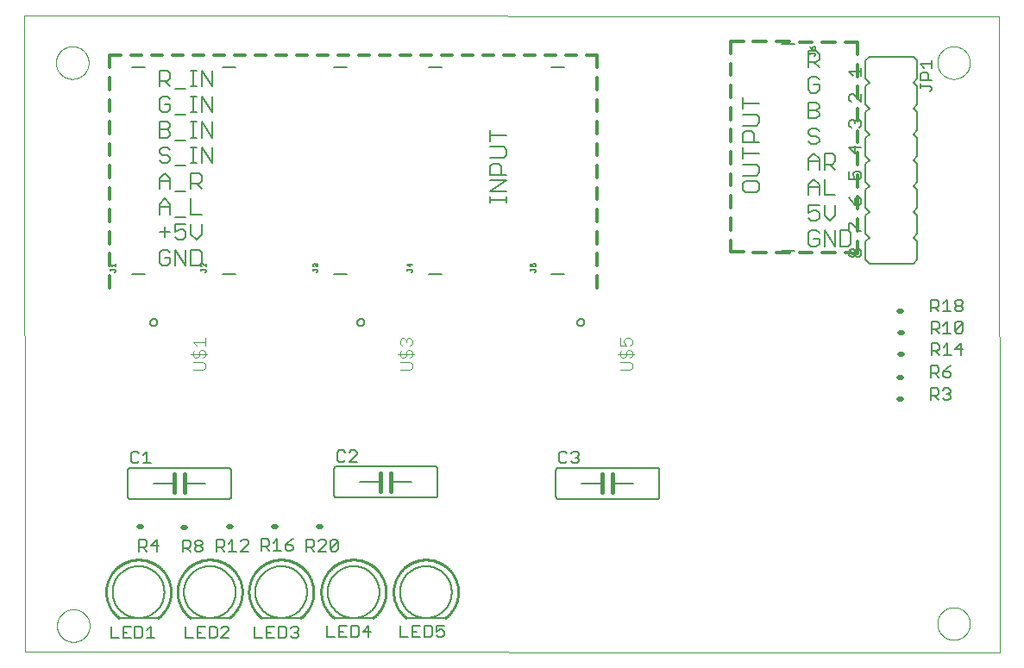
<source format=gto>
G75*
%MOIN*%
%OFA0B0*%
%FSLAX25Y25*%
%IPPOS*%
%LPD*%
%AMOC8*
5,1,8,0,0,1.08239X$1,22.5*
%
%ADD10C,0.00000*%
%ADD11C,0.00500*%
%ADD12C,0.01200*%
%ADD13C,0.00600*%
%ADD14C,0.01600*%
%ADD15C,0.00800*%
%ADD16C,0.02000*%
%ADD17C,0.00400*%
%ADD18C,0.01000*%
D10*
X0002233Y0002391D02*
X0002076Y0248335D01*
X0378808Y0248257D01*
X0379083Y0002272D01*
X0002233Y0002391D01*
X0014674Y0012509D02*
X0014676Y0012667D01*
X0014682Y0012825D01*
X0014692Y0012983D01*
X0014706Y0013141D01*
X0014724Y0013298D01*
X0014745Y0013455D01*
X0014771Y0013611D01*
X0014801Y0013767D01*
X0014834Y0013922D01*
X0014872Y0014075D01*
X0014913Y0014228D01*
X0014958Y0014380D01*
X0015007Y0014531D01*
X0015060Y0014680D01*
X0015116Y0014828D01*
X0015176Y0014974D01*
X0015240Y0015119D01*
X0015308Y0015262D01*
X0015379Y0015404D01*
X0015453Y0015544D01*
X0015531Y0015681D01*
X0015613Y0015817D01*
X0015697Y0015951D01*
X0015786Y0016082D01*
X0015877Y0016211D01*
X0015972Y0016338D01*
X0016069Y0016463D01*
X0016170Y0016585D01*
X0016274Y0016704D01*
X0016381Y0016821D01*
X0016491Y0016935D01*
X0016604Y0017046D01*
X0016719Y0017155D01*
X0016837Y0017260D01*
X0016958Y0017362D01*
X0017081Y0017462D01*
X0017207Y0017558D01*
X0017335Y0017651D01*
X0017465Y0017741D01*
X0017598Y0017827D01*
X0017733Y0017911D01*
X0017869Y0017990D01*
X0018008Y0018067D01*
X0018149Y0018139D01*
X0018291Y0018209D01*
X0018435Y0018274D01*
X0018581Y0018336D01*
X0018728Y0018394D01*
X0018877Y0018449D01*
X0019027Y0018500D01*
X0019178Y0018547D01*
X0019330Y0018590D01*
X0019483Y0018629D01*
X0019638Y0018665D01*
X0019793Y0018696D01*
X0019949Y0018724D01*
X0020105Y0018748D01*
X0020262Y0018768D01*
X0020420Y0018784D01*
X0020577Y0018796D01*
X0020736Y0018804D01*
X0020894Y0018808D01*
X0021052Y0018808D01*
X0021210Y0018804D01*
X0021369Y0018796D01*
X0021526Y0018784D01*
X0021684Y0018768D01*
X0021841Y0018748D01*
X0021997Y0018724D01*
X0022153Y0018696D01*
X0022308Y0018665D01*
X0022463Y0018629D01*
X0022616Y0018590D01*
X0022768Y0018547D01*
X0022919Y0018500D01*
X0023069Y0018449D01*
X0023218Y0018394D01*
X0023365Y0018336D01*
X0023511Y0018274D01*
X0023655Y0018209D01*
X0023797Y0018139D01*
X0023938Y0018067D01*
X0024077Y0017990D01*
X0024213Y0017911D01*
X0024348Y0017827D01*
X0024481Y0017741D01*
X0024611Y0017651D01*
X0024739Y0017558D01*
X0024865Y0017462D01*
X0024988Y0017362D01*
X0025109Y0017260D01*
X0025227Y0017155D01*
X0025342Y0017046D01*
X0025455Y0016935D01*
X0025565Y0016821D01*
X0025672Y0016704D01*
X0025776Y0016585D01*
X0025877Y0016463D01*
X0025974Y0016338D01*
X0026069Y0016211D01*
X0026160Y0016082D01*
X0026249Y0015951D01*
X0026333Y0015817D01*
X0026415Y0015681D01*
X0026493Y0015544D01*
X0026567Y0015404D01*
X0026638Y0015262D01*
X0026706Y0015119D01*
X0026770Y0014974D01*
X0026830Y0014828D01*
X0026886Y0014680D01*
X0026939Y0014531D01*
X0026988Y0014380D01*
X0027033Y0014228D01*
X0027074Y0014075D01*
X0027112Y0013922D01*
X0027145Y0013767D01*
X0027175Y0013611D01*
X0027201Y0013455D01*
X0027222Y0013298D01*
X0027240Y0013141D01*
X0027254Y0012983D01*
X0027264Y0012825D01*
X0027270Y0012667D01*
X0027272Y0012509D01*
X0027270Y0012351D01*
X0027264Y0012193D01*
X0027254Y0012035D01*
X0027240Y0011877D01*
X0027222Y0011720D01*
X0027201Y0011563D01*
X0027175Y0011407D01*
X0027145Y0011251D01*
X0027112Y0011096D01*
X0027074Y0010943D01*
X0027033Y0010790D01*
X0026988Y0010638D01*
X0026939Y0010487D01*
X0026886Y0010338D01*
X0026830Y0010190D01*
X0026770Y0010044D01*
X0026706Y0009899D01*
X0026638Y0009756D01*
X0026567Y0009614D01*
X0026493Y0009474D01*
X0026415Y0009337D01*
X0026333Y0009201D01*
X0026249Y0009067D01*
X0026160Y0008936D01*
X0026069Y0008807D01*
X0025974Y0008680D01*
X0025877Y0008555D01*
X0025776Y0008433D01*
X0025672Y0008314D01*
X0025565Y0008197D01*
X0025455Y0008083D01*
X0025342Y0007972D01*
X0025227Y0007863D01*
X0025109Y0007758D01*
X0024988Y0007656D01*
X0024865Y0007556D01*
X0024739Y0007460D01*
X0024611Y0007367D01*
X0024481Y0007277D01*
X0024348Y0007191D01*
X0024213Y0007107D01*
X0024077Y0007028D01*
X0023938Y0006951D01*
X0023797Y0006879D01*
X0023655Y0006809D01*
X0023511Y0006744D01*
X0023365Y0006682D01*
X0023218Y0006624D01*
X0023069Y0006569D01*
X0022919Y0006518D01*
X0022768Y0006471D01*
X0022616Y0006428D01*
X0022463Y0006389D01*
X0022308Y0006353D01*
X0022153Y0006322D01*
X0021997Y0006294D01*
X0021841Y0006270D01*
X0021684Y0006250D01*
X0021526Y0006234D01*
X0021369Y0006222D01*
X0021210Y0006214D01*
X0021052Y0006210D01*
X0020894Y0006210D01*
X0020736Y0006214D01*
X0020577Y0006222D01*
X0020420Y0006234D01*
X0020262Y0006250D01*
X0020105Y0006270D01*
X0019949Y0006294D01*
X0019793Y0006322D01*
X0019638Y0006353D01*
X0019483Y0006389D01*
X0019330Y0006428D01*
X0019178Y0006471D01*
X0019027Y0006518D01*
X0018877Y0006569D01*
X0018728Y0006624D01*
X0018581Y0006682D01*
X0018435Y0006744D01*
X0018291Y0006809D01*
X0018149Y0006879D01*
X0018008Y0006951D01*
X0017869Y0007028D01*
X0017733Y0007107D01*
X0017598Y0007191D01*
X0017465Y0007277D01*
X0017335Y0007367D01*
X0017207Y0007460D01*
X0017081Y0007556D01*
X0016958Y0007656D01*
X0016837Y0007758D01*
X0016719Y0007863D01*
X0016604Y0007972D01*
X0016491Y0008083D01*
X0016381Y0008197D01*
X0016274Y0008314D01*
X0016170Y0008433D01*
X0016069Y0008555D01*
X0015972Y0008680D01*
X0015877Y0008807D01*
X0015786Y0008936D01*
X0015697Y0009067D01*
X0015613Y0009201D01*
X0015531Y0009337D01*
X0015453Y0009474D01*
X0015379Y0009614D01*
X0015308Y0009756D01*
X0015240Y0009899D01*
X0015176Y0010044D01*
X0015116Y0010190D01*
X0015060Y0010338D01*
X0015007Y0010487D01*
X0014958Y0010638D01*
X0014913Y0010790D01*
X0014872Y0010943D01*
X0014834Y0011096D01*
X0014801Y0011251D01*
X0014771Y0011407D01*
X0014745Y0011563D01*
X0014724Y0011720D01*
X0014706Y0011877D01*
X0014692Y0012035D01*
X0014682Y0012193D01*
X0014676Y0012351D01*
X0014674Y0012509D01*
X0014281Y0230225D02*
X0014283Y0230383D01*
X0014289Y0230541D01*
X0014299Y0230699D01*
X0014313Y0230857D01*
X0014331Y0231014D01*
X0014352Y0231171D01*
X0014378Y0231327D01*
X0014408Y0231483D01*
X0014441Y0231638D01*
X0014479Y0231791D01*
X0014520Y0231944D01*
X0014565Y0232096D01*
X0014614Y0232247D01*
X0014667Y0232396D01*
X0014723Y0232544D01*
X0014783Y0232690D01*
X0014847Y0232835D01*
X0014915Y0232978D01*
X0014986Y0233120D01*
X0015060Y0233260D01*
X0015138Y0233397D01*
X0015220Y0233533D01*
X0015304Y0233667D01*
X0015393Y0233798D01*
X0015484Y0233927D01*
X0015579Y0234054D01*
X0015676Y0234179D01*
X0015777Y0234301D01*
X0015881Y0234420D01*
X0015988Y0234537D01*
X0016098Y0234651D01*
X0016211Y0234762D01*
X0016326Y0234871D01*
X0016444Y0234976D01*
X0016565Y0235078D01*
X0016688Y0235178D01*
X0016814Y0235274D01*
X0016942Y0235367D01*
X0017072Y0235457D01*
X0017205Y0235543D01*
X0017340Y0235627D01*
X0017476Y0235706D01*
X0017615Y0235783D01*
X0017756Y0235855D01*
X0017898Y0235925D01*
X0018042Y0235990D01*
X0018188Y0236052D01*
X0018335Y0236110D01*
X0018484Y0236165D01*
X0018634Y0236216D01*
X0018785Y0236263D01*
X0018937Y0236306D01*
X0019090Y0236345D01*
X0019245Y0236381D01*
X0019400Y0236412D01*
X0019556Y0236440D01*
X0019712Y0236464D01*
X0019869Y0236484D01*
X0020027Y0236500D01*
X0020184Y0236512D01*
X0020343Y0236520D01*
X0020501Y0236524D01*
X0020659Y0236524D01*
X0020817Y0236520D01*
X0020976Y0236512D01*
X0021133Y0236500D01*
X0021291Y0236484D01*
X0021448Y0236464D01*
X0021604Y0236440D01*
X0021760Y0236412D01*
X0021915Y0236381D01*
X0022070Y0236345D01*
X0022223Y0236306D01*
X0022375Y0236263D01*
X0022526Y0236216D01*
X0022676Y0236165D01*
X0022825Y0236110D01*
X0022972Y0236052D01*
X0023118Y0235990D01*
X0023262Y0235925D01*
X0023404Y0235855D01*
X0023545Y0235783D01*
X0023684Y0235706D01*
X0023820Y0235627D01*
X0023955Y0235543D01*
X0024088Y0235457D01*
X0024218Y0235367D01*
X0024346Y0235274D01*
X0024472Y0235178D01*
X0024595Y0235078D01*
X0024716Y0234976D01*
X0024834Y0234871D01*
X0024949Y0234762D01*
X0025062Y0234651D01*
X0025172Y0234537D01*
X0025279Y0234420D01*
X0025383Y0234301D01*
X0025484Y0234179D01*
X0025581Y0234054D01*
X0025676Y0233927D01*
X0025767Y0233798D01*
X0025856Y0233667D01*
X0025940Y0233533D01*
X0026022Y0233397D01*
X0026100Y0233260D01*
X0026174Y0233120D01*
X0026245Y0232978D01*
X0026313Y0232835D01*
X0026377Y0232690D01*
X0026437Y0232544D01*
X0026493Y0232396D01*
X0026546Y0232247D01*
X0026595Y0232096D01*
X0026640Y0231944D01*
X0026681Y0231791D01*
X0026719Y0231638D01*
X0026752Y0231483D01*
X0026782Y0231327D01*
X0026808Y0231171D01*
X0026829Y0231014D01*
X0026847Y0230857D01*
X0026861Y0230699D01*
X0026871Y0230541D01*
X0026877Y0230383D01*
X0026879Y0230225D01*
X0026877Y0230067D01*
X0026871Y0229909D01*
X0026861Y0229751D01*
X0026847Y0229593D01*
X0026829Y0229436D01*
X0026808Y0229279D01*
X0026782Y0229123D01*
X0026752Y0228967D01*
X0026719Y0228812D01*
X0026681Y0228659D01*
X0026640Y0228506D01*
X0026595Y0228354D01*
X0026546Y0228203D01*
X0026493Y0228054D01*
X0026437Y0227906D01*
X0026377Y0227760D01*
X0026313Y0227615D01*
X0026245Y0227472D01*
X0026174Y0227330D01*
X0026100Y0227190D01*
X0026022Y0227053D01*
X0025940Y0226917D01*
X0025856Y0226783D01*
X0025767Y0226652D01*
X0025676Y0226523D01*
X0025581Y0226396D01*
X0025484Y0226271D01*
X0025383Y0226149D01*
X0025279Y0226030D01*
X0025172Y0225913D01*
X0025062Y0225799D01*
X0024949Y0225688D01*
X0024834Y0225579D01*
X0024716Y0225474D01*
X0024595Y0225372D01*
X0024472Y0225272D01*
X0024346Y0225176D01*
X0024218Y0225083D01*
X0024088Y0224993D01*
X0023955Y0224907D01*
X0023820Y0224823D01*
X0023684Y0224744D01*
X0023545Y0224667D01*
X0023404Y0224595D01*
X0023262Y0224525D01*
X0023118Y0224460D01*
X0022972Y0224398D01*
X0022825Y0224340D01*
X0022676Y0224285D01*
X0022526Y0224234D01*
X0022375Y0224187D01*
X0022223Y0224144D01*
X0022070Y0224105D01*
X0021915Y0224069D01*
X0021760Y0224038D01*
X0021604Y0224010D01*
X0021448Y0223986D01*
X0021291Y0223966D01*
X0021133Y0223950D01*
X0020976Y0223938D01*
X0020817Y0223930D01*
X0020659Y0223926D01*
X0020501Y0223926D01*
X0020343Y0223930D01*
X0020184Y0223938D01*
X0020027Y0223950D01*
X0019869Y0223966D01*
X0019712Y0223986D01*
X0019556Y0224010D01*
X0019400Y0224038D01*
X0019245Y0224069D01*
X0019090Y0224105D01*
X0018937Y0224144D01*
X0018785Y0224187D01*
X0018634Y0224234D01*
X0018484Y0224285D01*
X0018335Y0224340D01*
X0018188Y0224398D01*
X0018042Y0224460D01*
X0017898Y0224525D01*
X0017756Y0224595D01*
X0017615Y0224667D01*
X0017476Y0224744D01*
X0017340Y0224823D01*
X0017205Y0224907D01*
X0017072Y0224993D01*
X0016942Y0225083D01*
X0016814Y0225176D01*
X0016688Y0225272D01*
X0016565Y0225372D01*
X0016444Y0225474D01*
X0016326Y0225579D01*
X0016211Y0225688D01*
X0016098Y0225799D01*
X0015988Y0225913D01*
X0015881Y0226030D01*
X0015777Y0226149D01*
X0015676Y0226271D01*
X0015579Y0226396D01*
X0015484Y0226523D01*
X0015393Y0226652D01*
X0015304Y0226783D01*
X0015220Y0226917D01*
X0015138Y0227053D01*
X0015060Y0227190D01*
X0014986Y0227330D01*
X0014915Y0227472D01*
X0014847Y0227615D01*
X0014783Y0227760D01*
X0014723Y0227906D01*
X0014667Y0228054D01*
X0014614Y0228203D01*
X0014565Y0228354D01*
X0014520Y0228506D01*
X0014479Y0228659D01*
X0014441Y0228812D01*
X0014408Y0228967D01*
X0014378Y0229123D01*
X0014352Y0229279D01*
X0014331Y0229436D01*
X0014313Y0229593D01*
X0014299Y0229751D01*
X0014289Y0229909D01*
X0014283Y0230067D01*
X0014281Y0230225D01*
X0354832Y0230225D02*
X0354834Y0230383D01*
X0354840Y0230541D01*
X0354850Y0230699D01*
X0354864Y0230857D01*
X0354882Y0231014D01*
X0354903Y0231171D01*
X0354929Y0231327D01*
X0354959Y0231483D01*
X0354992Y0231638D01*
X0355030Y0231791D01*
X0355071Y0231944D01*
X0355116Y0232096D01*
X0355165Y0232247D01*
X0355218Y0232396D01*
X0355274Y0232544D01*
X0355334Y0232690D01*
X0355398Y0232835D01*
X0355466Y0232978D01*
X0355537Y0233120D01*
X0355611Y0233260D01*
X0355689Y0233397D01*
X0355771Y0233533D01*
X0355855Y0233667D01*
X0355944Y0233798D01*
X0356035Y0233927D01*
X0356130Y0234054D01*
X0356227Y0234179D01*
X0356328Y0234301D01*
X0356432Y0234420D01*
X0356539Y0234537D01*
X0356649Y0234651D01*
X0356762Y0234762D01*
X0356877Y0234871D01*
X0356995Y0234976D01*
X0357116Y0235078D01*
X0357239Y0235178D01*
X0357365Y0235274D01*
X0357493Y0235367D01*
X0357623Y0235457D01*
X0357756Y0235543D01*
X0357891Y0235627D01*
X0358027Y0235706D01*
X0358166Y0235783D01*
X0358307Y0235855D01*
X0358449Y0235925D01*
X0358593Y0235990D01*
X0358739Y0236052D01*
X0358886Y0236110D01*
X0359035Y0236165D01*
X0359185Y0236216D01*
X0359336Y0236263D01*
X0359488Y0236306D01*
X0359641Y0236345D01*
X0359796Y0236381D01*
X0359951Y0236412D01*
X0360107Y0236440D01*
X0360263Y0236464D01*
X0360420Y0236484D01*
X0360578Y0236500D01*
X0360735Y0236512D01*
X0360894Y0236520D01*
X0361052Y0236524D01*
X0361210Y0236524D01*
X0361368Y0236520D01*
X0361527Y0236512D01*
X0361684Y0236500D01*
X0361842Y0236484D01*
X0361999Y0236464D01*
X0362155Y0236440D01*
X0362311Y0236412D01*
X0362466Y0236381D01*
X0362621Y0236345D01*
X0362774Y0236306D01*
X0362926Y0236263D01*
X0363077Y0236216D01*
X0363227Y0236165D01*
X0363376Y0236110D01*
X0363523Y0236052D01*
X0363669Y0235990D01*
X0363813Y0235925D01*
X0363955Y0235855D01*
X0364096Y0235783D01*
X0364235Y0235706D01*
X0364371Y0235627D01*
X0364506Y0235543D01*
X0364639Y0235457D01*
X0364769Y0235367D01*
X0364897Y0235274D01*
X0365023Y0235178D01*
X0365146Y0235078D01*
X0365267Y0234976D01*
X0365385Y0234871D01*
X0365500Y0234762D01*
X0365613Y0234651D01*
X0365723Y0234537D01*
X0365830Y0234420D01*
X0365934Y0234301D01*
X0366035Y0234179D01*
X0366132Y0234054D01*
X0366227Y0233927D01*
X0366318Y0233798D01*
X0366407Y0233667D01*
X0366491Y0233533D01*
X0366573Y0233397D01*
X0366651Y0233260D01*
X0366725Y0233120D01*
X0366796Y0232978D01*
X0366864Y0232835D01*
X0366928Y0232690D01*
X0366988Y0232544D01*
X0367044Y0232396D01*
X0367097Y0232247D01*
X0367146Y0232096D01*
X0367191Y0231944D01*
X0367232Y0231791D01*
X0367270Y0231638D01*
X0367303Y0231483D01*
X0367333Y0231327D01*
X0367359Y0231171D01*
X0367380Y0231014D01*
X0367398Y0230857D01*
X0367412Y0230699D01*
X0367422Y0230541D01*
X0367428Y0230383D01*
X0367430Y0230225D01*
X0367428Y0230067D01*
X0367422Y0229909D01*
X0367412Y0229751D01*
X0367398Y0229593D01*
X0367380Y0229436D01*
X0367359Y0229279D01*
X0367333Y0229123D01*
X0367303Y0228967D01*
X0367270Y0228812D01*
X0367232Y0228659D01*
X0367191Y0228506D01*
X0367146Y0228354D01*
X0367097Y0228203D01*
X0367044Y0228054D01*
X0366988Y0227906D01*
X0366928Y0227760D01*
X0366864Y0227615D01*
X0366796Y0227472D01*
X0366725Y0227330D01*
X0366651Y0227190D01*
X0366573Y0227053D01*
X0366491Y0226917D01*
X0366407Y0226783D01*
X0366318Y0226652D01*
X0366227Y0226523D01*
X0366132Y0226396D01*
X0366035Y0226271D01*
X0365934Y0226149D01*
X0365830Y0226030D01*
X0365723Y0225913D01*
X0365613Y0225799D01*
X0365500Y0225688D01*
X0365385Y0225579D01*
X0365267Y0225474D01*
X0365146Y0225372D01*
X0365023Y0225272D01*
X0364897Y0225176D01*
X0364769Y0225083D01*
X0364639Y0224993D01*
X0364506Y0224907D01*
X0364371Y0224823D01*
X0364235Y0224744D01*
X0364096Y0224667D01*
X0363955Y0224595D01*
X0363813Y0224525D01*
X0363669Y0224460D01*
X0363523Y0224398D01*
X0363376Y0224340D01*
X0363227Y0224285D01*
X0363077Y0224234D01*
X0362926Y0224187D01*
X0362774Y0224144D01*
X0362621Y0224105D01*
X0362466Y0224069D01*
X0362311Y0224038D01*
X0362155Y0224010D01*
X0361999Y0223986D01*
X0361842Y0223966D01*
X0361684Y0223950D01*
X0361527Y0223938D01*
X0361368Y0223930D01*
X0361210Y0223926D01*
X0361052Y0223926D01*
X0360894Y0223930D01*
X0360735Y0223938D01*
X0360578Y0223950D01*
X0360420Y0223966D01*
X0360263Y0223986D01*
X0360107Y0224010D01*
X0359951Y0224038D01*
X0359796Y0224069D01*
X0359641Y0224105D01*
X0359488Y0224144D01*
X0359336Y0224187D01*
X0359185Y0224234D01*
X0359035Y0224285D01*
X0358886Y0224340D01*
X0358739Y0224398D01*
X0358593Y0224460D01*
X0358449Y0224525D01*
X0358307Y0224595D01*
X0358166Y0224667D01*
X0358027Y0224744D01*
X0357891Y0224823D01*
X0357756Y0224907D01*
X0357623Y0224993D01*
X0357493Y0225083D01*
X0357365Y0225176D01*
X0357239Y0225272D01*
X0357116Y0225372D01*
X0356995Y0225474D01*
X0356877Y0225579D01*
X0356762Y0225688D01*
X0356649Y0225799D01*
X0356539Y0225913D01*
X0356432Y0226030D01*
X0356328Y0226149D01*
X0356227Y0226271D01*
X0356130Y0226396D01*
X0356035Y0226523D01*
X0355944Y0226652D01*
X0355855Y0226783D01*
X0355771Y0226917D01*
X0355689Y0227053D01*
X0355611Y0227190D01*
X0355537Y0227330D01*
X0355466Y0227472D01*
X0355398Y0227615D01*
X0355334Y0227760D01*
X0355274Y0227906D01*
X0355218Y0228054D01*
X0355165Y0228203D01*
X0355116Y0228354D01*
X0355071Y0228506D01*
X0355030Y0228659D01*
X0354992Y0228812D01*
X0354959Y0228967D01*
X0354929Y0229123D01*
X0354903Y0229279D01*
X0354882Y0229436D01*
X0354864Y0229593D01*
X0354850Y0229751D01*
X0354840Y0229909D01*
X0354834Y0230067D01*
X0354832Y0230225D01*
X0354832Y0013296D02*
X0354834Y0013454D01*
X0354840Y0013612D01*
X0354850Y0013770D01*
X0354864Y0013928D01*
X0354882Y0014085D01*
X0354903Y0014242D01*
X0354929Y0014398D01*
X0354959Y0014554D01*
X0354992Y0014709D01*
X0355030Y0014862D01*
X0355071Y0015015D01*
X0355116Y0015167D01*
X0355165Y0015318D01*
X0355218Y0015467D01*
X0355274Y0015615D01*
X0355334Y0015761D01*
X0355398Y0015906D01*
X0355466Y0016049D01*
X0355537Y0016191D01*
X0355611Y0016331D01*
X0355689Y0016468D01*
X0355771Y0016604D01*
X0355855Y0016738D01*
X0355944Y0016869D01*
X0356035Y0016998D01*
X0356130Y0017125D01*
X0356227Y0017250D01*
X0356328Y0017372D01*
X0356432Y0017491D01*
X0356539Y0017608D01*
X0356649Y0017722D01*
X0356762Y0017833D01*
X0356877Y0017942D01*
X0356995Y0018047D01*
X0357116Y0018149D01*
X0357239Y0018249D01*
X0357365Y0018345D01*
X0357493Y0018438D01*
X0357623Y0018528D01*
X0357756Y0018614D01*
X0357891Y0018698D01*
X0358027Y0018777D01*
X0358166Y0018854D01*
X0358307Y0018926D01*
X0358449Y0018996D01*
X0358593Y0019061D01*
X0358739Y0019123D01*
X0358886Y0019181D01*
X0359035Y0019236D01*
X0359185Y0019287D01*
X0359336Y0019334D01*
X0359488Y0019377D01*
X0359641Y0019416D01*
X0359796Y0019452D01*
X0359951Y0019483D01*
X0360107Y0019511D01*
X0360263Y0019535D01*
X0360420Y0019555D01*
X0360578Y0019571D01*
X0360735Y0019583D01*
X0360894Y0019591D01*
X0361052Y0019595D01*
X0361210Y0019595D01*
X0361368Y0019591D01*
X0361527Y0019583D01*
X0361684Y0019571D01*
X0361842Y0019555D01*
X0361999Y0019535D01*
X0362155Y0019511D01*
X0362311Y0019483D01*
X0362466Y0019452D01*
X0362621Y0019416D01*
X0362774Y0019377D01*
X0362926Y0019334D01*
X0363077Y0019287D01*
X0363227Y0019236D01*
X0363376Y0019181D01*
X0363523Y0019123D01*
X0363669Y0019061D01*
X0363813Y0018996D01*
X0363955Y0018926D01*
X0364096Y0018854D01*
X0364235Y0018777D01*
X0364371Y0018698D01*
X0364506Y0018614D01*
X0364639Y0018528D01*
X0364769Y0018438D01*
X0364897Y0018345D01*
X0365023Y0018249D01*
X0365146Y0018149D01*
X0365267Y0018047D01*
X0365385Y0017942D01*
X0365500Y0017833D01*
X0365613Y0017722D01*
X0365723Y0017608D01*
X0365830Y0017491D01*
X0365934Y0017372D01*
X0366035Y0017250D01*
X0366132Y0017125D01*
X0366227Y0016998D01*
X0366318Y0016869D01*
X0366407Y0016738D01*
X0366491Y0016604D01*
X0366573Y0016468D01*
X0366651Y0016331D01*
X0366725Y0016191D01*
X0366796Y0016049D01*
X0366864Y0015906D01*
X0366928Y0015761D01*
X0366988Y0015615D01*
X0367044Y0015467D01*
X0367097Y0015318D01*
X0367146Y0015167D01*
X0367191Y0015015D01*
X0367232Y0014862D01*
X0367270Y0014709D01*
X0367303Y0014554D01*
X0367333Y0014398D01*
X0367359Y0014242D01*
X0367380Y0014085D01*
X0367398Y0013928D01*
X0367412Y0013770D01*
X0367422Y0013612D01*
X0367428Y0013454D01*
X0367430Y0013296D01*
X0367428Y0013138D01*
X0367422Y0012980D01*
X0367412Y0012822D01*
X0367398Y0012664D01*
X0367380Y0012507D01*
X0367359Y0012350D01*
X0367333Y0012194D01*
X0367303Y0012038D01*
X0367270Y0011883D01*
X0367232Y0011730D01*
X0367191Y0011577D01*
X0367146Y0011425D01*
X0367097Y0011274D01*
X0367044Y0011125D01*
X0366988Y0010977D01*
X0366928Y0010831D01*
X0366864Y0010686D01*
X0366796Y0010543D01*
X0366725Y0010401D01*
X0366651Y0010261D01*
X0366573Y0010124D01*
X0366491Y0009988D01*
X0366407Y0009854D01*
X0366318Y0009723D01*
X0366227Y0009594D01*
X0366132Y0009467D01*
X0366035Y0009342D01*
X0365934Y0009220D01*
X0365830Y0009101D01*
X0365723Y0008984D01*
X0365613Y0008870D01*
X0365500Y0008759D01*
X0365385Y0008650D01*
X0365267Y0008545D01*
X0365146Y0008443D01*
X0365023Y0008343D01*
X0364897Y0008247D01*
X0364769Y0008154D01*
X0364639Y0008064D01*
X0364506Y0007978D01*
X0364371Y0007894D01*
X0364235Y0007815D01*
X0364096Y0007738D01*
X0363955Y0007666D01*
X0363813Y0007596D01*
X0363669Y0007531D01*
X0363523Y0007469D01*
X0363376Y0007411D01*
X0363227Y0007356D01*
X0363077Y0007305D01*
X0362926Y0007258D01*
X0362774Y0007215D01*
X0362621Y0007176D01*
X0362466Y0007140D01*
X0362311Y0007109D01*
X0362155Y0007081D01*
X0361999Y0007057D01*
X0361842Y0007037D01*
X0361684Y0007021D01*
X0361527Y0007009D01*
X0361368Y0007001D01*
X0361210Y0006997D01*
X0361052Y0006997D01*
X0360894Y0007001D01*
X0360735Y0007009D01*
X0360578Y0007021D01*
X0360420Y0007037D01*
X0360263Y0007057D01*
X0360107Y0007081D01*
X0359951Y0007109D01*
X0359796Y0007140D01*
X0359641Y0007176D01*
X0359488Y0007215D01*
X0359336Y0007258D01*
X0359185Y0007305D01*
X0359035Y0007356D01*
X0358886Y0007411D01*
X0358739Y0007469D01*
X0358593Y0007531D01*
X0358449Y0007596D01*
X0358307Y0007666D01*
X0358166Y0007738D01*
X0358027Y0007815D01*
X0357891Y0007894D01*
X0357756Y0007978D01*
X0357623Y0008064D01*
X0357493Y0008154D01*
X0357365Y0008247D01*
X0357239Y0008343D01*
X0357116Y0008443D01*
X0356995Y0008545D01*
X0356877Y0008650D01*
X0356762Y0008759D01*
X0356649Y0008870D01*
X0356539Y0008984D01*
X0356432Y0009101D01*
X0356328Y0009220D01*
X0356227Y0009342D01*
X0356130Y0009467D01*
X0356035Y0009594D01*
X0355944Y0009723D01*
X0355855Y0009854D01*
X0355771Y0009988D01*
X0355689Y0010124D01*
X0355611Y0010261D01*
X0355537Y0010401D01*
X0355466Y0010543D01*
X0355398Y0010686D01*
X0355334Y0010831D01*
X0355274Y0010977D01*
X0355218Y0011125D01*
X0355165Y0011274D01*
X0355116Y0011425D01*
X0355071Y0011577D01*
X0355030Y0011730D01*
X0354992Y0011883D01*
X0354959Y0012038D01*
X0354929Y0012194D01*
X0354903Y0012350D01*
X0354882Y0012507D01*
X0354864Y0012664D01*
X0354850Y0012822D01*
X0354840Y0012980D01*
X0354834Y0013138D01*
X0354832Y0013296D01*
D11*
X0355235Y0099839D02*
X0353734Y0101340D01*
X0354485Y0101340D02*
X0352233Y0101340D01*
X0352233Y0099839D02*
X0352233Y0104343D01*
X0354485Y0104343D01*
X0355235Y0103592D01*
X0355235Y0102091D01*
X0354485Y0101340D01*
X0356837Y0100590D02*
X0357587Y0099839D01*
X0359089Y0099839D01*
X0359839Y0100590D01*
X0359839Y0101340D01*
X0359089Y0102091D01*
X0358338Y0102091D01*
X0359089Y0102091D02*
X0359839Y0102842D01*
X0359839Y0103592D01*
X0359089Y0104343D01*
X0357587Y0104343D01*
X0356837Y0103592D01*
X0357823Y0108461D02*
X0357073Y0109212D01*
X0357073Y0110713D01*
X0359325Y0110713D01*
X0360075Y0109962D01*
X0360075Y0109212D01*
X0359325Y0108461D01*
X0357823Y0108461D01*
X0355471Y0108461D02*
X0353970Y0109962D01*
X0354721Y0109962D02*
X0352469Y0109962D01*
X0352469Y0108461D02*
X0352469Y0112965D01*
X0354721Y0112965D01*
X0355471Y0112214D01*
X0355471Y0110713D01*
X0354721Y0109962D01*
X0357073Y0110713D02*
X0358574Y0112214D01*
X0360075Y0112965D01*
X0360154Y0117162D02*
X0357152Y0117162D01*
X0358653Y0117162D02*
X0358653Y0121666D01*
X0357152Y0120164D01*
X0355550Y0119414D02*
X0354800Y0118663D01*
X0352548Y0118663D01*
X0354049Y0118663D02*
X0355550Y0117162D01*
X0355550Y0119414D02*
X0355550Y0120915D01*
X0354800Y0121666D01*
X0352548Y0121666D01*
X0352548Y0117162D01*
X0361755Y0119414D02*
X0364758Y0119414D01*
X0364007Y0121666D02*
X0361755Y0119414D01*
X0364007Y0117162D02*
X0364007Y0121666D01*
X0363968Y0125587D02*
X0362467Y0125587D01*
X0361716Y0126338D01*
X0364719Y0129340D01*
X0364719Y0126338D01*
X0363968Y0125587D01*
X0361716Y0126338D02*
X0361716Y0129340D01*
X0362467Y0130091D01*
X0363968Y0130091D01*
X0364719Y0129340D01*
X0360115Y0125587D02*
X0357112Y0125587D01*
X0358613Y0125587D02*
X0358613Y0130091D01*
X0357112Y0128590D01*
X0355511Y0129340D02*
X0355511Y0127839D01*
X0354760Y0127088D01*
X0352508Y0127088D01*
X0352508Y0125587D02*
X0352508Y0130091D01*
X0354760Y0130091D01*
X0355511Y0129340D01*
X0354010Y0127088D02*
X0355511Y0125587D01*
X0355393Y0133973D02*
X0353891Y0135474D01*
X0354642Y0135474D02*
X0352390Y0135474D01*
X0352390Y0133973D02*
X0352390Y0138477D01*
X0354642Y0138477D01*
X0355393Y0137726D01*
X0355393Y0136225D01*
X0354642Y0135474D01*
X0356994Y0133973D02*
X0359997Y0133973D01*
X0358495Y0133973D02*
X0358495Y0138477D01*
X0356994Y0136975D01*
X0361598Y0136975D02*
X0361598Y0137726D01*
X0362349Y0138477D01*
X0363850Y0138477D01*
X0364601Y0137726D01*
X0364601Y0136975D01*
X0363850Y0136225D01*
X0362349Y0136225D01*
X0361598Y0136975D01*
X0362349Y0136225D02*
X0361598Y0135474D01*
X0361598Y0134723D01*
X0362349Y0133973D01*
X0363850Y0133973D01*
X0364601Y0134723D01*
X0364601Y0135474D01*
X0363850Y0136225D01*
X0325286Y0155945D02*
X0324536Y0155194D01*
X0323785Y0155194D01*
X0323034Y0155945D01*
X0323034Y0157446D01*
X0323785Y0158197D01*
X0324536Y0158197D01*
X0325286Y0157446D01*
X0325286Y0155945D01*
X0323034Y0155945D02*
X0322284Y0155194D01*
X0321533Y0155194D01*
X0320782Y0155945D01*
X0320782Y0157446D01*
X0321533Y0158197D01*
X0322284Y0158197D01*
X0323034Y0157446D01*
X0320288Y0159215D02*
X0317236Y0159215D01*
X0317236Y0165321D01*
X0320288Y0165321D01*
X0321306Y0164303D01*
X0321306Y0160233D01*
X0320288Y0159215D01*
X0315229Y0159215D02*
X0315229Y0165321D01*
X0311159Y0165321D02*
X0315229Y0159215D01*
X0311159Y0159215D02*
X0311159Y0165321D01*
X0309152Y0164303D02*
X0308134Y0165321D01*
X0306099Y0165321D01*
X0305081Y0164303D01*
X0305081Y0160233D01*
X0306099Y0159215D01*
X0308134Y0159215D01*
X0309152Y0160233D01*
X0309152Y0162268D01*
X0307117Y0162268D01*
X0308134Y0169115D02*
X0306099Y0169115D01*
X0305081Y0170133D01*
X0305081Y0172168D02*
X0307117Y0173185D01*
X0308134Y0173185D01*
X0309152Y0172168D01*
X0309152Y0170133D01*
X0308134Y0169115D01*
X0311159Y0171150D02*
X0313194Y0169115D01*
X0315229Y0171150D01*
X0315229Y0175221D01*
X0311159Y0175221D02*
X0311159Y0171150D01*
X0309152Y0175221D02*
X0305081Y0175221D01*
X0305081Y0172168D01*
X0305081Y0179015D02*
X0305081Y0183085D01*
X0307117Y0185121D01*
X0309152Y0183085D01*
X0309152Y0179015D01*
X0311159Y0179015D02*
X0315229Y0179015D01*
X0311159Y0179015D02*
X0311159Y0185121D01*
X0309152Y0182068D02*
X0305081Y0182068D01*
X0305081Y0188915D02*
X0305081Y0192985D01*
X0307117Y0195021D01*
X0309152Y0192985D01*
X0309152Y0188915D01*
X0311159Y0188915D02*
X0311159Y0195021D01*
X0314211Y0195021D01*
X0315229Y0194003D01*
X0315229Y0191968D01*
X0314211Y0190950D01*
X0311159Y0190950D01*
X0313194Y0190950D02*
X0315229Y0188915D01*
X0309152Y0191968D02*
X0305081Y0191968D01*
X0306099Y0198815D02*
X0305081Y0199833D01*
X0306099Y0198815D02*
X0308134Y0198815D01*
X0309152Y0199833D01*
X0309152Y0200850D01*
X0308134Y0201868D01*
X0306099Y0201868D01*
X0305081Y0202885D01*
X0305081Y0203903D01*
X0306099Y0204921D01*
X0308134Y0204921D01*
X0309152Y0203903D01*
X0308134Y0208715D02*
X0305081Y0208715D01*
X0305081Y0214821D01*
X0308134Y0214821D01*
X0309152Y0213803D01*
X0309152Y0212785D01*
X0308134Y0211768D01*
X0305081Y0211768D01*
X0308134Y0211768D02*
X0309152Y0210750D01*
X0309152Y0209733D01*
X0308134Y0208715D01*
X0308134Y0218615D02*
X0309152Y0219633D01*
X0309152Y0221668D01*
X0307117Y0221668D01*
X0309152Y0223703D02*
X0308134Y0224721D01*
X0306099Y0224721D01*
X0305081Y0223703D01*
X0305081Y0219633D01*
X0306099Y0218615D01*
X0308134Y0218615D01*
X0309152Y0228515D02*
X0307117Y0230550D01*
X0308134Y0230550D02*
X0305081Y0230550D01*
X0305081Y0228515D02*
X0305081Y0234621D01*
X0308134Y0234621D01*
X0309152Y0233603D01*
X0309152Y0231568D01*
X0308134Y0230550D01*
X0307369Y0232878D02*
X0307686Y0233195D01*
X0307686Y0233512D01*
X0307369Y0233829D01*
X0305785Y0233829D01*
X0305785Y0233512D02*
X0305785Y0234146D01*
X0306735Y0235088D02*
X0306735Y0236039D01*
X0307052Y0236356D01*
X0307369Y0236356D01*
X0307686Y0236039D01*
X0307686Y0235405D01*
X0307369Y0235088D01*
X0306735Y0235088D01*
X0306102Y0235722D01*
X0305785Y0236356D01*
X0320782Y0226695D02*
X0325286Y0226695D01*
X0325286Y0225194D02*
X0325286Y0228197D01*
X0322284Y0225194D02*
X0320782Y0226695D01*
X0321533Y0218197D02*
X0320782Y0217446D01*
X0320782Y0215945D01*
X0321533Y0215194D01*
X0322284Y0218197D02*
X0325286Y0215194D01*
X0325286Y0218197D01*
X0322284Y0218197D02*
X0321533Y0218197D01*
X0321533Y0208197D02*
X0322284Y0208197D01*
X0323034Y0207446D01*
X0323785Y0208197D01*
X0324536Y0208197D01*
X0325286Y0207446D01*
X0325286Y0205945D01*
X0324536Y0205194D01*
X0323034Y0206695D02*
X0323034Y0207446D01*
X0321533Y0208197D02*
X0320782Y0207446D01*
X0320782Y0205945D01*
X0321533Y0205194D01*
X0323034Y0198197D02*
X0323034Y0195194D01*
X0320782Y0197446D01*
X0325286Y0197446D01*
X0324536Y0188197D02*
X0323034Y0188197D01*
X0322284Y0187446D01*
X0322284Y0186695D01*
X0323034Y0185194D01*
X0320782Y0185194D01*
X0320782Y0188197D01*
X0324536Y0188197D02*
X0325286Y0187446D01*
X0325286Y0185945D01*
X0324536Y0185194D01*
X0324536Y0178197D02*
X0323785Y0178197D01*
X0323034Y0177446D01*
X0323034Y0175194D01*
X0324536Y0175194D01*
X0325286Y0175945D01*
X0325286Y0177446D01*
X0324536Y0178197D01*
X0321533Y0176695D02*
X0323034Y0175194D01*
X0321533Y0176695D02*
X0320782Y0178197D01*
X0320782Y0168197D02*
X0321533Y0168197D01*
X0324536Y0165194D01*
X0325286Y0165194D01*
X0320782Y0165194D02*
X0320782Y0168197D01*
X0352036Y0218986D02*
X0352786Y0219737D01*
X0352786Y0220488D01*
X0352036Y0221238D01*
X0348282Y0221238D01*
X0348282Y0220488D02*
X0348282Y0221989D01*
X0348282Y0223590D02*
X0348282Y0225842D01*
X0349033Y0226593D01*
X0350534Y0226593D01*
X0351285Y0225842D01*
X0351285Y0223590D01*
X0352786Y0223590D02*
X0348282Y0223590D01*
X0349784Y0228194D02*
X0348282Y0229695D01*
X0352786Y0229695D01*
X0352786Y0228194D02*
X0352786Y0231197D01*
X0199507Y0152246D02*
X0199507Y0151612D01*
X0199190Y0151295D01*
X0198556Y0151295D02*
X0198239Y0151929D01*
X0198239Y0152246D01*
X0198556Y0152563D01*
X0199190Y0152563D01*
X0199507Y0152246D01*
X0198556Y0151295D02*
X0197605Y0151295D01*
X0197605Y0152563D01*
X0197605Y0150353D02*
X0197605Y0149719D01*
X0197605Y0150036D02*
X0199190Y0150036D01*
X0199507Y0149719D01*
X0199507Y0149402D01*
X0199190Y0149085D01*
X0215638Y0129792D02*
X0215640Y0129866D01*
X0215646Y0129941D01*
X0215656Y0130014D01*
X0215670Y0130088D01*
X0215687Y0130160D01*
X0215709Y0130231D01*
X0215734Y0130301D01*
X0215763Y0130370D01*
X0215795Y0130437D01*
X0215832Y0130502D01*
X0215871Y0130565D01*
X0215914Y0130626D01*
X0215960Y0130684D01*
X0216009Y0130740D01*
X0216061Y0130794D01*
X0216115Y0130844D01*
X0216173Y0130892D01*
X0216232Y0130936D01*
X0216294Y0130977D01*
X0216359Y0131015D01*
X0216425Y0131049D01*
X0216492Y0131080D01*
X0216562Y0131107D01*
X0216632Y0131130D01*
X0216704Y0131150D01*
X0216777Y0131166D01*
X0216850Y0131178D01*
X0216924Y0131186D01*
X0216999Y0131190D01*
X0217073Y0131190D01*
X0217148Y0131186D01*
X0217222Y0131178D01*
X0217295Y0131166D01*
X0217368Y0131150D01*
X0217440Y0131130D01*
X0217510Y0131107D01*
X0217580Y0131080D01*
X0217647Y0131049D01*
X0217713Y0131015D01*
X0217778Y0130977D01*
X0217840Y0130936D01*
X0217899Y0130892D01*
X0217957Y0130844D01*
X0218011Y0130794D01*
X0218063Y0130740D01*
X0218112Y0130684D01*
X0218158Y0130626D01*
X0218201Y0130565D01*
X0218240Y0130502D01*
X0218277Y0130437D01*
X0218309Y0130370D01*
X0218338Y0130301D01*
X0218363Y0130231D01*
X0218385Y0130160D01*
X0218402Y0130088D01*
X0218416Y0130014D01*
X0218426Y0129941D01*
X0218432Y0129866D01*
X0218434Y0129792D01*
X0218432Y0129718D01*
X0218426Y0129643D01*
X0218416Y0129570D01*
X0218402Y0129496D01*
X0218385Y0129424D01*
X0218363Y0129353D01*
X0218338Y0129283D01*
X0218309Y0129214D01*
X0218277Y0129147D01*
X0218240Y0129082D01*
X0218201Y0129019D01*
X0218158Y0128958D01*
X0218112Y0128900D01*
X0218063Y0128844D01*
X0218011Y0128790D01*
X0217957Y0128740D01*
X0217899Y0128692D01*
X0217840Y0128648D01*
X0217778Y0128607D01*
X0217713Y0128569D01*
X0217647Y0128535D01*
X0217580Y0128504D01*
X0217510Y0128477D01*
X0217440Y0128454D01*
X0217368Y0128434D01*
X0217295Y0128418D01*
X0217222Y0128406D01*
X0217148Y0128398D01*
X0217073Y0128394D01*
X0216999Y0128394D01*
X0216924Y0128398D01*
X0216850Y0128406D01*
X0216777Y0128418D01*
X0216704Y0128434D01*
X0216632Y0128454D01*
X0216562Y0128477D01*
X0216492Y0128504D01*
X0216425Y0128535D01*
X0216359Y0128569D01*
X0216294Y0128607D01*
X0216232Y0128648D01*
X0216173Y0128692D01*
X0216115Y0128740D01*
X0216061Y0128790D01*
X0216009Y0128844D01*
X0215960Y0128900D01*
X0215914Y0128958D01*
X0215871Y0129019D01*
X0215832Y0129082D01*
X0215795Y0129147D01*
X0215763Y0129214D01*
X0215734Y0129283D01*
X0215709Y0129353D01*
X0215687Y0129424D01*
X0215670Y0129496D01*
X0215656Y0129570D01*
X0215646Y0129643D01*
X0215640Y0129718D01*
X0215638Y0129792D01*
X0152026Y0149402D02*
X0152026Y0149719D01*
X0151709Y0150036D01*
X0150125Y0150036D01*
X0150125Y0149719D02*
X0150125Y0150353D01*
X0151076Y0151295D02*
X0151076Y0152563D01*
X0152026Y0152246D02*
X0150125Y0152246D01*
X0151076Y0151295D01*
X0152026Y0149402D02*
X0151709Y0149085D01*
X0130638Y0129792D02*
X0130640Y0129866D01*
X0130646Y0129941D01*
X0130656Y0130014D01*
X0130670Y0130088D01*
X0130687Y0130160D01*
X0130709Y0130231D01*
X0130734Y0130301D01*
X0130763Y0130370D01*
X0130795Y0130437D01*
X0130832Y0130502D01*
X0130871Y0130565D01*
X0130914Y0130626D01*
X0130960Y0130684D01*
X0131009Y0130740D01*
X0131061Y0130794D01*
X0131115Y0130844D01*
X0131173Y0130892D01*
X0131232Y0130936D01*
X0131294Y0130977D01*
X0131359Y0131015D01*
X0131425Y0131049D01*
X0131492Y0131080D01*
X0131562Y0131107D01*
X0131632Y0131130D01*
X0131704Y0131150D01*
X0131777Y0131166D01*
X0131850Y0131178D01*
X0131924Y0131186D01*
X0131999Y0131190D01*
X0132073Y0131190D01*
X0132148Y0131186D01*
X0132222Y0131178D01*
X0132295Y0131166D01*
X0132368Y0131150D01*
X0132440Y0131130D01*
X0132510Y0131107D01*
X0132580Y0131080D01*
X0132647Y0131049D01*
X0132713Y0131015D01*
X0132778Y0130977D01*
X0132840Y0130936D01*
X0132899Y0130892D01*
X0132957Y0130844D01*
X0133011Y0130794D01*
X0133063Y0130740D01*
X0133112Y0130684D01*
X0133158Y0130626D01*
X0133201Y0130565D01*
X0133240Y0130502D01*
X0133277Y0130437D01*
X0133309Y0130370D01*
X0133338Y0130301D01*
X0133363Y0130231D01*
X0133385Y0130160D01*
X0133402Y0130088D01*
X0133416Y0130014D01*
X0133426Y0129941D01*
X0133432Y0129866D01*
X0133434Y0129792D01*
X0133432Y0129718D01*
X0133426Y0129643D01*
X0133416Y0129570D01*
X0133402Y0129496D01*
X0133385Y0129424D01*
X0133363Y0129353D01*
X0133338Y0129283D01*
X0133309Y0129214D01*
X0133277Y0129147D01*
X0133240Y0129082D01*
X0133201Y0129019D01*
X0133158Y0128958D01*
X0133112Y0128900D01*
X0133063Y0128844D01*
X0133011Y0128790D01*
X0132957Y0128740D01*
X0132899Y0128692D01*
X0132840Y0128648D01*
X0132778Y0128607D01*
X0132713Y0128569D01*
X0132647Y0128535D01*
X0132580Y0128504D01*
X0132510Y0128477D01*
X0132440Y0128454D01*
X0132368Y0128434D01*
X0132295Y0128418D01*
X0132222Y0128406D01*
X0132148Y0128398D01*
X0132073Y0128394D01*
X0131999Y0128394D01*
X0131924Y0128398D01*
X0131850Y0128406D01*
X0131777Y0128418D01*
X0131704Y0128434D01*
X0131632Y0128454D01*
X0131562Y0128477D01*
X0131492Y0128504D01*
X0131425Y0128535D01*
X0131359Y0128569D01*
X0131294Y0128607D01*
X0131232Y0128648D01*
X0131173Y0128692D01*
X0131115Y0128740D01*
X0131061Y0128790D01*
X0131009Y0128844D01*
X0130960Y0128900D01*
X0130914Y0128958D01*
X0130871Y0129019D01*
X0130832Y0129082D01*
X0130795Y0129147D01*
X0130763Y0129214D01*
X0130734Y0129283D01*
X0130709Y0129353D01*
X0130687Y0129424D01*
X0130670Y0129496D01*
X0130656Y0129570D01*
X0130646Y0129643D01*
X0130640Y0129718D01*
X0130638Y0129792D01*
X0115135Y0149085D02*
X0115452Y0149402D01*
X0115452Y0149719D01*
X0115135Y0150036D01*
X0113550Y0150036D01*
X0113550Y0149719D02*
X0113550Y0150353D01*
X0113867Y0151295D02*
X0113550Y0151612D01*
X0113550Y0152246D01*
X0113867Y0152563D01*
X0114184Y0152563D01*
X0114501Y0152246D01*
X0114818Y0152563D01*
X0115135Y0152563D01*
X0115452Y0152246D01*
X0115452Y0151612D01*
X0115135Y0151295D01*
X0114501Y0151929D02*
X0114501Y0152246D01*
X0072302Y0152563D02*
X0072302Y0151295D01*
X0071034Y0152563D01*
X0070717Y0152563D01*
X0070400Y0152246D01*
X0070400Y0151612D01*
X0070717Y0151295D01*
X0070400Y0150353D02*
X0070400Y0149719D01*
X0070400Y0150036D02*
X0071985Y0150036D01*
X0072302Y0149719D01*
X0072302Y0149402D01*
X0071985Y0149085D01*
X0069501Y0151735D02*
X0066448Y0151735D01*
X0066448Y0157840D01*
X0069501Y0157840D01*
X0070519Y0156823D01*
X0070519Y0152753D01*
X0069501Y0151735D01*
X0064441Y0151735D02*
X0064441Y0157840D01*
X0063424Y0161635D02*
X0061389Y0161635D01*
X0060371Y0162653D01*
X0060371Y0164688D02*
X0062406Y0165705D01*
X0063424Y0165705D01*
X0064441Y0164688D01*
X0064441Y0162653D01*
X0063424Y0161635D01*
X0066448Y0163670D02*
X0068484Y0161635D01*
X0070519Y0163670D01*
X0070519Y0167740D01*
X0066448Y0167740D02*
X0066448Y0163670D01*
X0064441Y0167740D02*
X0060371Y0167740D01*
X0060371Y0164688D01*
X0058364Y0164688D02*
X0054294Y0164688D01*
X0056329Y0166723D02*
X0056329Y0162653D01*
X0055312Y0157840D02*
X0054294Y0156823D01*
X0054294Y0152753D01*
X0055312Y0151735D01*
X0057347Y0151735D01*
X0058364Y0152753D01*
X0058364Y0154788D01*
X0056329Y0154788D01*
X0058364Y0156823D02*
X0057347Y0157840D01*
X0055312Y0157840D01*
X0060371Y0157840D02*
X0064441Y0151735D01*
X0060371Y0151735D02*
X0060371Y0157840D01*
X0060371Y0170518D02*
X0064441Y0170518D01*
X0066448Y0171535D02*
X0070519Y0171535D01*
X0066448Y0171535D02*
X0066448Y0177640D01*
X0064441Y0180418D02*
X0060371Y0180418D01*
X0058364Y0181435D02*
X0058364Y0185505D01*
X0056329Y0187540D01*
X0054294Y0185505D01*
X0054294Y0181435D01*
X0054294Y0184488D02*
X0058364Y0184488D01*
X0066448Y0183470D02*
X0069501Y0183470D01*
X0070519Y0184488D01*
X0070519Y0186523D01*
X0069501Y0187540D01*
X0066448Y0187540D01*
X0066448Y0181435D01*
X0068484Y0183470D02*
X0070519Y0181435D01*
X0058364Y0175605D02*
X0058364Y0171535D01*
X0058364Y0174588D02*
X0054294Y0174588D01*
X0054294Y0175605D02*
X0054294Y0171535D01*
X0054294Y0175605D02*
X0056329Y0177640D01*
X0058364Y0175605D01*
X0060371Y0190318D02*
X0064441Y0190318D01*
X0066448Y0191335D02*
X0068484Y0191335D01*
X0067466Y0191335D02*
X0067466Y0197440D01*
X0066448Y0197440D02*
X0068484Y0197440D01*
X0070500Y0197440D02*
X0074570Y0191335D01*
X0074570Y0197440D01*
X0070500Y0197440D02*
X0070500Y0191335D01*
X0064441Y0200218D02*
X0060371Y0200218D01*
X0058364Y0202253D02*
X0057347Y0201235D01*
X0054294Y0201235D01*
X0054294Y0207340D01*
X0057347Y0207340D01*
X0058364Y0206323D01*
X0058364Y0205305D01*
X0057347Y0204288D01*
X0054294Y0204288D01*
X0057347Y0204288D02*
X0058364Y0203270D01*
X0058364Y0202253D01*
X0057347Y0197440D02*
X0055312Y0197440D01*
X0054294Y0196423D01*
X0054294Y0195405D01*
X0055312Y0194388D01*
X0057347Y0194388D01*
X0058364Y0193370D01*
X0058364Y0192353D01*
X0057347Y0191335D01*
X0055312Y0191335D01*
X0054294Y0192353D01*
X0058364Y0196423D02*
X0057347Y0197440D01*
X0066448Y0201235D02*
X0068484Y0201235D01*
X0067466Y0201235D02*
X0067466Y0207340D01*
X0066448Y0207340D02*
X0068484Y0207340D01*
X0070500Y0207340D02*
X0074570Y0201235D01*
X0074570Y0207340D01*
X0070500Y0207340D02*
X0070500Y0201235D01*
X0064441Y0210118D02*
X0060371Y0210118D01*
X0058364Y0212153D02*
X0058364Y0214188D01*
X0056329Y0214188D01*
X0054294Y0216223D02*
X0054294Y0212153D01*
X0055312Y0211135D01*
X0057347Y0211135D01*
X0058364Y0212153D01*
X0058364Y0216223D02*
X0057347Y0217240D01*
X0055312Y0217240D01*
X0054294Y0216223D01*
X0060371Y0220018D02*
X0064441Y0220018D01*
X0066448Y0221035D02*
X0068484Y0221035D01*
X0067466Y0221035D02*
X0067466Y0227140D01*
X0066448Y0227140D02*
X0068484Y0227140D01*
X0070500Y0227140D02*
X0074570Y0221035D01*
X0074570Y0227140D01*
X0070500Y0227140D02*
X0070500Y0221035D01*
X0070500Y0217240D02*
X0074570Y0211135D01*
X0074570Y0217240D01*
X0070500Y0217240D02*
X0070500Y0211135D01*
X0068484Y0211135D02*
X0066448Y0211135D01*
X0067466Y0211135D02*
X0067466Y0217240D01*
X0066448Y0217240D02*
X0068484Y0217240D01*
X0058364Y0221035D02*
X0056329Y0223070D01*
X0057347Y0223070D02*
X0054294Y0223070D01*
X0054294Y0221035D02*
X0054294Y0227140D01*
X0057347Y0227140D01*
X0058364Y0226123D01*
X0058364Y0224088D01*
X0057347Y0223070D01*
X0037302Y0152563D02*
X0037302Y0151295D01*
X0037302Y0151929D02*
X0035400Y0151929D01*
X0036034Y0151295D01*
X0035400Y0150353D02*
X0035400Y0149719D01*
X0035400Y0150036D02*
X0036985Y0150036D01*
X0037302Y0149719D01*
X0037302Y0149402D01*
X0036985Y0149085D01*
X0050638Y0129792D02*
X0050640Y0129866D01*
X0050646Y0129941D01*
X0050656Y0130014D01*
X0050670Y0130088D01*
X0050687Y0130160D01*
X0050709Y0130231D01*
X0050734Y0130301D01*
X0050763Y0130370D01*
X0050795Y0130437D01*
X0050832Y0130502D01*
X0050871Y0130565D01*
X0050914Y0130626D01*
X0050960Y0130684D01*
X0051009Y0130740D01*
X0051061Y0130794D01*
X0051115Y0130844D01*
X0051173Y0130892D01*
X0051232Y0130936D01*
X0051294Y0130977D01*
X0051359Y0131015D01*
X0051425Y0131049D01*
X0051492Y0131080D01*
X0051562Y0131107D01*
X0051632Y0131130D01*
X0051704Y0131150D01*
X0051777Y0131166D01*
X0051850Y0131178D01*
X0051924Y0131186D01*
X0051999Y0131190D01*
X0052073Y0131190D01*
X0052148Y0131186D01*
X0052222Y0131178D01*
X0052295Y0131166D01*
X0052368Y0131150D01*
X0052440Y0131130D01*
X0052510Y0131107D01*
X0052580Y0131080D01*
X0052647Y0131049D01*
X0052713Y0131015D01*
X0052778Y0130977D01*
X0052840Y0130936D01*
X0052899Y0130892D01*
X0052957Y0130844D01*
X0053011Y0130794D01*
X0053063Y0130740D01*
X0053112Y0130684D01*
X0053158Y0130626D01*
X0053201Y0130565D01*
X0053240Y0130502D01*
X0053277Y0130437D01*
X0053309Y0130370D01*
X0053338Y0130301D01*
X0053363Y0130231D01*
X0053385Y0130160D01*
X0053402Y0130088D01*
X0053416Y0130014D01*
X0053426Y0129941D01*
X0053432Y0129866D01*
X0053434Y0129792D01*
X0053432Y0129718D01*
X0053426Y0129643D01*
X0053416Y0129570D01*
X0053402Y0129496D01*
X0053385Y0129424D01*
X0053363Y0129353D01*
X0053338Y0129283D01*
X0053309Y0129214D01*
X0053277Y0129147D01*
X0053240Y0129082D01*
X0053201Y0129019D01*
X0053158Y0128958D01*
X0053112Y0128900D01*
X0053063Y0128844D01*
X0053011Y0128790D01*
X0052957Y0128740D01*
X0052899Y0128692D01*
X0052840Y0128648D01*
X0052778Y0128607D01*
X0052713Y0128569D01*
X0052647Y0128535D01*
X0052580Y0128504D01*
X0052510Y0128477D01*
X0052440Y0128454D01*
X0052368Y0128434D01*
X0052295Y0128418D01*
X0052222Y0128406D01*
X0052148Y0128398D01*
X0052073Y0128394D01*
X0051999Y0128394D01*
X0051924Y0128398D01*
X0051850Y0128406D01*
X0051777Y0128418D01*
X0051704Y0128434D01*
X0051632Y0128454D01*
X0051562Y0128477D01*
X0051492Y0128504D01*
X0051425Y0128535D01*
X0051359Y0128569D01*
X0051294Y0128607D01*
X0051232Y0128648D01*
X0051173Y0128692D01*
X0051115Y0128740D01*
X0051061Y0128790D01*
X0051009Y0128844D01*
X0050960Y0128900D01*
X0050914Y0128958D01*
X0050871Y0129019D01*
X0050832Y0129082D01*
X0050795Y0129147D01*
X0050763Y0129214D01*
X0050734Y0129283D01*
X0050709Y0129353D01*
X0050687Y0129424D01*
X0050670Y0129496D01*
X0050656Y0129570D01*
X0050646Y0129643D01*
X0050640Y0129718D01*
X0050638Y0129792D01*
X0122932Y0079602D02*
X0123683Y0080353D01*
X0125184Y0080353D01*
X0125934Y0079602D01*
X0127536Y0079602D02*
X0128286Y0080353D01*
X0129788Y0080353D01*
X0130538Y0079602D01*
X0130538Y0078852D01*
X0127536Y0075849D01*
X0130538Y0075849D01*
X0125934Y0076600D02*
X0125184Y0075849D01*
X0123683Y0075849D01*
X0122932Y0076600D01*
X0122932Y0079602D01*
X0122468Y0045773D02*
X0120967Y0045773D01*
X0120216Y0045022D01*
X0120216Y0042020D01*
X0123219Y0045022D01*
X0123219Y0042020D01*
X0122468Y0041269D01*
X0120967Y0041269D01*
X0120216Y0042020D01*
X0118615Y0041269D02*
X0115612Y0041269D01*
X0118615Y0044271D01*
X0118615Y0045022D01*
X0117864Y0045773D01*
X0116363Y0045773D01*
X0115612Y0045022D01*
X0114011Y0045022D02*
X0113260Y0045773D01*
X0111008Y0045773D01*
X0111008Y0041269D01*
X0111008Y0042770D02*
X0113260Y0042770D01*
X0114011Y0043521D01*
X0114011Y0045022D01*
X0112510Y0042770D02*
X0114011Y0041269D01*
X0105896Y0042216D02*
X0105896Y0042967D01*
X0105145Y0043718D01*
X0102893Y0043718D01*
X0102893Y0042216D01*
X0103644Y0041466D01*
X0105145Y0041466D01*
X0105896Y0042216D01*
X0104395Y0045219D02*
X0102893Y0043718D01*
X0104395Y0045219D02*
X0105896Y0045970D01*
X0099791Y0045970D02*
X0099791Y0041466D01*
X0101292Y0041466D02*
X0098289Y0041466D01*
X0096688Y0041466D02*
X0095187Y0042967D01*
X0095937Y0042967D02*
X0093685Y0042967D01*
X0093685Y0041466D02*
X0093685Y0045970D01*
X0095937Y0045970D01*
X0096688Y0045219D01*
X0096688Y0043718D01*
X0095937Y0042967D01*
X0098289Y0044468D02*
X0099791Y0045970D01*
X0088573Y0045022D02*
X0087822Y0045773D01*
X0086321Y0045773D01*
X0085570Y0045022D01*
X0088573Y0045022D02*
X0088573Y0044271D01*
X0085570Y0041269D01*
X0088573Y0041269D01*
X0083969Y0041269D02*
X0080967Y0041269D01*
X0082468Y0041269D02*
X0082468Y0045773D01*
X0080967Y0044271D01*
X0079365Y0043521D02*
X0078615Y0042770D01*
X0076363Y0042770D01*
X0077864Y0042770D02*
X0079365Y0041269D01*
X0079365Y0043521D02*
X0079365Y0045022D01*
X0078615Y0045773D01*
X0076363Y0045773D01*
X0076363Y0041269D01*
X0070856Y0041823D02*
X0070106Y0041072D01*
X0068605Y0041072D01*
X0067854Y0041823D01*
X0067854Y0042573D01*
X0068605Y0043324D01*
X0070106Y0043324D01*
X0070856Y0042573D01*
X0070856Y0041823D01*
X0070106Y0043324D02*
X0070856Y0044075D01*
X0070856Y0044825D01*
X0070106Y0045576D01*
X0068605Y0045576D01*
X0067854Y0044825D01*
X0067854Y0044075D01*
X0068605Y0043324D01*
X0066253Y0043324D02*
X0065502Y0042573D01*
X0063250Y0042573D01*
X0063250Y0041072D02*
X0063250Y0045576D01*
X0065502Y0045576D01*
X0066253Y0044825D01*
X0066253Y0043324D01*
X0064751Y0042573D02*
X0066253Y0041072D01*
X0053927Y0043521D02*
X0050925Y0043521D01*
X0053177Y0045773D01*
X0053177Y0041269D01*
X0049323Y0041269D02*
X0047822Y0042770D01*
X0048573Y0042770D02*
X0046321Y0042770D01*
X0046321Y0041269D02*
X0046321Y0045773D01*
X0048573Y0045773D01*
X0049323Y0045022D01*
X0049323Y0043521D01*
X0048573Y0042770D01*
X0047043Y0012131D02*
X0044791Y0012131D01*
X0044791Y0007627D01*
X0047043Y0007627D01*
X0047793Y0008378D01*
X0047793Y0011380D01*
X0047043Y0012131D01*
X0049395Y0010630D02*
X0050896Y0012131D01*
X0050896Y0007627D01*
X0049395Y0007627D02*
X0052397Y0007627D01*
X0043190Y0007627D02*
X0040187Y0007627D01*
X0040187Y0012131D01*
X0043190Y0012131D01*
X0041688Y0009879D02*
X0040187Y0009879D01*
X0038586Y0007627D02*
X0035583Y0007627D01*
X0035583Y0012131D01*
X0064323Y0012131D02*
X0064323Y0007627D01*
X0067326Y0007627D01*
X0068927Y0007627D02*
X0068927Y0012131D01*
X0071930Y0012131D01*
X0073531Y0012131D02*
X0073531Y0007627D01*
X0075783Y0007627D01*
X0076534Y0008378D01*
X0076534Y0011380D01*
X0075783Y0012131D01*
X0073531Y0012131D01*
X0070428Y0009879D02*
X0068927Y0009879D01*
X0068927Y0007627D02*
X0071930Y0007627D01*
X0078135Y0007627D02*
X0081138Y0010630D01*
X0081138Y0011380D01*
X0080387Y0012131D01*
X0078886Y0012131D01*
X0078135Y0011380D01*
X0078135Y0007627D02*
X0081138Y0007627D01*
X0091095Y0007627D02*
X0094097Y0007627D01*
X0095699Y0007627D02*
X0095699Y0012131D01*
X0098701Y0012131D01*
X0100303Y0012131D02*
X0100303Y0007627D01*
X0102555Y0007627D01*
X0103305Y0008378D01*
X0103305Y0011380D01*
X0102555Y0012131D01*
X0100303Y0012131D01*
X0097200Y0009879D02*
X0095699Y0009879D01*
X0095699Y0007627D02*
X0098701Y0007627D01*
X0104907Y0008378D02*
X0105657Y0007627D01*
X0107159Y0007627D01*
X0107909Y0008378D01*
X0107909Y0009128D01*
X0107159Y0009879D01*
X0106408Y0009879D01*
X0107159Y0009879D02*
X0107909Y0010630D01*
X0107909Y0011380D01*
X0107159Y0012131D01*
X0105657Y0012131D01*
X0104907Y0011380D01*
X0091095Y0012131D02*
X0091095Y0007627D01*
X0119048Y0008021D02*
X0122050Y0008021D01*
X0123652Y0008021D02*
X0126654Y0008021D01*
X0128255Y0008021D02*
X0130507Y0008021D01*
X0131258Y0008772D01*
X0131258Y0011774D01*
X0130507Y0012525D01*
X0128255Y0012525D01*
X0128255Y0008021D01*
X0125153Y0010273D02*
X0123652Y0010273D01*
X0123652Y0012525D02*
X0123652Y0008021D01*
X0119048Y0008021D02*
X0119048Y0012525D01*
X0123652Y0012525D02*
X0126654Y0012525D01*
X0132859Y0010273D02*
X0135862Y0010273D01*
X0135111Y0008021D02*
X0135111Y0012525D01*
X0132859Y0010273D01*
X0147394Y0012525D02*
X0147394Y0008021D01*
X0150397Y0008021D01*
X0151998Y0008021D02*
X0155001Y0008021D01*
X0156602Y0008021D02*
X0158854Y0008021D01*
X0159605Y0008772D01*
X0159605Y0011774D01*
X0158854Y0012525D01*
X0156602Y0012525D01*
X0156602Y0008021D01*
X0153499Y0010273D02*
X0151998Y0010273D01*
X0151998Y0012525D02*
X0151998Y0008021D01*
X0151998Y0012525D02*
X0155001Y0012525D01*
X0161206Y0012525D02*
X0161206Y0010273D01*
X0162707Y0011023D01*
X0163458Y0011023D01*
X0164208Y0010273D01*
X0164208Y0008772D01*
X0163458Y0008021D01*
X0161957Y0008021D01*
X0161206Y0008772D01*
X0161206Y0012525D02*
X0164208Y0012525D01*
X0123219Y0045022D02*
X0122468Y0045773D01*
X0050893Y0075298D02*
X0047890Y0075298D01*
X0049391Y0075298D02*
X0049391Y0079802D01*
X0047890Y0078301D01*
X0046289Y0079051D02*
X0045538Y0079802D01*
X0044037Y0079802D01*
X0043286Y0079051D01*
X0043286Y0076049D01*
X0044037Y0075298D01*
X0045538Y0075298D01*
X0046289Y0076049D01*
X0208719Y0076049D02*
X0209470Y0075298D01*
X0210971Y0075298D01*
X0211722Y0076049D01*
X0213323Y0076049D02*
X0214074Y0075298D01*
X0215575Y0075298D01*
X0216326Y0076049D01*
X0216326Y0076799D01*
X0215575Y0077550D01*
X0214824Y0077550D01*
X0215575Y0077550D02*
X0216326Y0078301D01*
X0216326Y0079051D01*
X0215575Y0079802D01*
X0214074Y0079802D01*
X0213323Y0079051D01*
X0211722Y0079051D02*
X0210971Y0079802D01*
X0209470Y0079802D01*
X0208719Y0079051D01*
X0208719Y0076049D01*
D12*
X0223335Y0143217D02*
X0223335Y0147799D01*
X0223335Y0151736D02*
X0223335Y0156317D01*
X0223335Y0160254D02*
X0223335Y0164835D01*
X0223335Y0168772D02*
X0223335Y0173353D01*
X0223335Y0177290D02*
X0223335Y0181872D01*
X0223335Y0185809D02*
X0223335Y0190390D01*
X0223335Y0194327D02*
X0223335Y0198908D01*
X0223335Y0202845D02*
X0223335Y0207426D01*
X0223335Y0211363D02*
X0223335Y0215945D01*
X0223335Y0219882D02*
X0223335Y0224463D01*
X0223335Y0228400D02*
X0223335Y0232981D01*
X0219267Y0232981D01*
X0215330Y0232981D02*
X0211262Y0232981D01*
X0207325Y0232981D02*
X0203257Y0232981D01*
X0199320Y0232981D02*
X0195251Y0232981D01*
X0191314Y0232981D02*
X0187246Y0232981D01*
X0183309Y0232981D02*
X0179241Y0232981D01*
X0175304Y0232981D02*
X0171236Y0232981D01*
X0167299Y0232981D02*
X0163230Y0232981D01*
X0159293Y0232981D02*
X0155225Y0232981D01*
X0151288Y0232981D02*
X0147220Y0232981D01*
X0143283Y0232981D02*
X0139215Y0232981D01*
X0135278Y0232981D02*
X0131209Y0232981D01*
X0127272Y0232981D02*
X0123204Y0232981D01*
X0119267Y0232981D02*
X0115199Y0232981D01*
X0111262Y0232981D02*
X0107194Y0232981D01*
X0103257Y0232981D02*
X0099188Y0232981D01*
X0095251Y0232981D02*
X0091183Y0232981D01*
X0087246Y0232981D02*
X0083178Y0232981D01*
X0079241Y0232981D02*
X0075173Y0232981D01*
X0071236Y0232981D02*
X0067167Y0232981D01*
X0063230Y0232981D02*
X0059162Y0232981D01*
X0055225Y0232981D02*
X0051157Y0232981D01*
X0047220Y0232981D02*
X0043152Y0232981D01*
X0039215Y0232981D02*
X0035146Y0232981D01*
X0035146Y0228400D01*
X0035146Y0224463D02*
X0035146Y0219882D01*
X0035146Y0215945D02*
X0035146Y0211363D01*
X0035146Y0207426D02*
X0035146Y0202845D01*
X0035146Y0198908D02*
X0035146Y0194327D01*
X0035146Y0190390D02*
X0035146Y0185809D01*
X0035146Y0181872D02*
X0035146Y0177290D01*
X0035146Y0173353D02*
X0035146Y0168772D01*
X0035146Y0164835D02*
X0035146Y0160254D01*
X0035146Y0156317D02*
X0035146Y0151736D01*
X0035146Y0147799D02*
X0035146Y0143217D01*
X0274910Y0156997D02*
X0274910Y0161603D01*
X0274910Y0165540D02*
X0274910Y0170146D01*
X0274910Y0174083D02*
X0274910Y0178690D01*
X0274910Y0182627D02*
X0274910Y0187233D01*
X0274910Y0191170D02*
X0274910Y0195776D01*
X0274910Y0199713D02*
X0274910Y0204320D01*
X0274910Y0208257D02*
X0274910Y0212863D01*
X0274910Y0216800D02*
X0274910Y0221406D01*
X0274910Y0225343D02*
X0274910Y0229950D01*
X0274910Y0233887D02*
X0274910Y0238493D01*
X0279832Y0238454D01*
X0283768Y0238422D02*
X0288690Y0238383D01*
X0292627Y0238351D02*
X0297548Y0238312D01*
X0301485Y0238280D02*
X0306406Y0238241D01*
X0310343Y0238209D02*
X0315265Y0238170D01*
X0319201Y0238139D02*
X0324123Y0238099D01*
X0324123Y0233493D01*
X0324123Y0229556D02*
X0324123Y0224950D01*
X0324123Y0221013D02*
X0324123Y0216406D01*
X0324123Y0212469D02*
X0324123Y0207863D01*
X0324123Y0203926D02*
X0324123Y0199320D01*
X0324123Y0195383D02*
X0324123Y0190776D01*
X0324123Y0186839D02*
X0324123Y0182233D01*
X0324123Y0178296D02*
X0324123Y0173690D01*
X0324123Y0169753D02*
X0324123Y0165146D01*
X0324123Y0161209D02*
X0324123Y0156603D01*
X0319201Y0156643D01*
X0315265Y0156674D02*
X0310343Y0156713D01*
X0306406Y0156745D02*
X0301485Y0156784D01*
X0297548Y0156816D02*
X0292627Y0156855D01*
X0288690Y0156887D02*
X0283768Y0156926D01*
X0279832Y0156957D02*
X0274910Y0156997D01*
D13*
X0280690Y0180131D02*
X0284960Y0180131D01*
X0286028Y0181199D01*
X0286028Y0183334D01*
X0284960Y0184402D01*
X0280690Y0184402D01*
X0279622Y0183334D01*
X0279622Y0181199D01*
X0280690Y0180131D01*
X0279622Y0186577D02*
X0284960Y0186577D01*
X0286028Y0187645D01*
X0286028Y0189780D01*
X0284960Y0190847D01*
X0279622Y0190847D01*
X0279622Y0193022D02*
X0279622Y0197293D01*
X0279622Y0195158D02*
X0286028Y0195158D01*
X0286028Y0199468D02*
X0279622Y0199468D01*
X0279622Y0202671D01*
X0280690Y0203738D01*
X0282825Y0203738D01*
X0283892Y0202671D01*
X0283892Y0199468D01*
X0284960Y0205913D02*
X0279622Y0205913D01*
X0279622Y0210184D02*
X0284960Y0210184D01*
X0286028Y0209116D01*
X0286028Y0206981D01*
X0284960Y0205913D01*
X0279622Y0212359D02*
X0279622Y0216629D01*
X0279622Y0214494D02*
X0286028Y0214494D01*
X0327036Y0214048D02*
X0327036Y0221048D01*
X0328536Y0222548D01*
X0327036Y0224048D01*
X0327036Y0231048D01*
X0328536Y0232548D01*
X0345536Y0232548D01*
X0347036Y0231048D01*
X0347036Y0224048D01*
X0345536Y0222548D01*
X0347036Y0221048D01*
X0347036Y0214048D01*
X0345536Y0212548D01*
X0347036Y0211048D01*
X0347036Y0204048D01*
X0345536Y0202548D01*
X0347036Y0201048D01*
X0347036Y0194048D01*
X0345536Y0192548D01*
X0347036Y0191048D01*
X0347036Y0184048D01*
X0345536Y0182548D01*
X0347036Y0181048D01*
X0347036Y0174048D01*
X0345536Y0172548D01*
X0347036Y0171048D01*
X0347036Y0164048D01*
X0345536Y0162548D01*
X0347036Y0161048D01*
X0347036Y0154048D01*
X0345536Y0152548D01*
X0328536Y0152548D01*
X0327036Y0154048D01*
X0327036Y0161048D01*
X0328536Y0162548D01*
X0327036Y0164048D01*
X0327036Y0171048D01*
X0328536Y0172548D01*
X0327036Y0174048D01*
X0327036Y0181048D01*
X0328536Y0182548D01*
X0327036Y0184048D01*
X0327036Y0191048D01*
X0328536Y0192548D01*
X0327036Y0194048D01*
X0327036Y0201048D01*
X0328536Y0202548D01*
X0327036Y0204048D01*
X0327036Y0211048D01*
X0328536Y0212548D01*
X0327036Y0214048D01*
X0188390Y0201963D02*
X0181984Y0201963D01*
X0181984Y0199828D02*
X0181984Y0204098D01*
X0181984Y0197653D02*
X0187322Y0197653D01*
X0188390Y0196585D01*
X0188390Y0194450D01*
X0187322Y0193382D01*
X0181984Y0193382D01*
X0183052Y0191207D02*
X0185187Y0191207D01*
X0186255Y0190140D01*
X0186255Y0186937D01*
X0188390Y0186937D02*
X0181984Y0186937D01*
X0181984Y0190140D01*
X0183052Y0191207D01*
X0181984Y0184762D02*
X0188390Y0184762D01*
X0181984Y0180491D01*
X0188390Y0180491D01*
X0188390Y0178330D02*
X0188390Y0176194D01*
X0188390Y0177262D02*
X0181984Y0177262D01*
X0181984Y0176194D02*
X0181984Y0178330D01*
X0160682Y0074099D02*
X0122682Y0074099D01*
X0122622Y0074097D01*
X0122561Y0074092D01*
X0122502Y0074083D01*
X0122443Y0074070D01*
X0122384Y0074054D01*
X0122327Y0074034D01*
X0122272Y0074011D01*
X0122217Y0073984D01*
X0122165Y0073955D01*
X0122114Y0073922D01*
X0122065Y0073886D01*
X0122019Y0073848D01*
X0121975Y0073806D01*
X0121933Y0073762D01*
X0121895Y0073716D01*
X0121859Y0073667D01*
X0121826Y0073616D01*
X0121797Y0073564D01*
X0121770Y0073509D01*
X0121747Y0073454D01*
X0121727Y0073397D01*
X0121711Y0073338D01*
X0121698Y0073279D01*
X0121689Y0073220D01*
X0121684Y0073159D01*
X0121682Y0073099D01*
X0121682Y0063099D01*
X0121684Y0063039D01*
X0121689Y0062978D01*
X0121698Y0062919D01*
X0121711Y0062860D01*
X0121727Y0062801D01*
X0121747Y0062744D01*
X0121770Y0062689D01*
X0121797Y0062634D01*
X0121826Y0062582D01*
X0121859Y0062531D01*
X0121895Y0062482D01*
X0121933Y0062436D01*
X0121975Y0062392D01*
X0122019Y0062350D01*
X0122065Y0062312D01*
X0122114Y0062276D01*
X0122165Y0062243D01*
X0122217Y0062214D01*
X0122272Y0062187D01*
X0122327Y0062164D01*
X0122384Y0062144D01*
X0122443Y0062128D01*
X0122502Y0062115D01*
X0122561Y0062106D01*
X0122622Y0062101D01*
X0122682Y0062099D01*
X0160682Y0062099D01*
X0160742Y0062101D01*
X0160803Y0062106D01*
X0160862Y0062115D01*
X0160921Y0062128D01*
X0160980Y0062144D01*
X0161037Y0062164D01*
X0161092Y0062187D01*
X0161147Y0062214D01*
X0161199Y0062243D01*
X0161250Y0062276D01*
X0161299Y0062312D01*
X0161345Y0062350D01*
X0161389Y0062392D01*
X0161431Y0062436D01*
X0161469Y0062482D01*
X0161505Y0062531D01*
X0161538Y0062582D01*
X0161567Y0062634D01*
X0161594Y0062689D01*
X0161617Y0062744D01*
X0161637Y0062801D01*
X0161653Y0062860D01*
X0161666Y0062919D01*
X0161675Y0062978D01*
X0161680Y0063039D01*
X0161682Y0063099D01*
X0161682Y0073099D01*
X0161680Y0073159D01*
X0161675Y0073220D01*
X0161666Y0073279D01*
X0161653Y0073338D01*
X0161637Y0073397D01*
X0161617Y0073454D01*
X0161594Y0073509D01*
X0161567Y0073564D01*
X0161538Y0073616D01*
X0161505Y0073667D01*
X0161469Y0073716D01*
X0161431Y0073762D01*
X0161389Y0073806D01*
X0161345Y0073848D01*
X0161299Y0073886D01*
X0161250Y0073922D01*
X0161199Y0073955D01*
X0161147Y0073984D01*
X0161092Y0074011D01*
X0161037Y0074034D01*
X0160980Y0074054D01*
X0160921Y0074070D01*
X0160862Y0074083D01*
X0160803Y0074092D01*
X0160742Y0074097D01*
X0160682Y0074099D01*
X0151682Y0068099D02*
X0143682Y0068099D01*
X0139682Y0068099D02*
X0131682Y0068099D01*
X0082036Y0072548D02*
X0082036Y0062548D01*
X0082034Y0062488D01*
X0082029Y0062427D01*
X0082020Y0062368D01*
X0082007Y0062309D01*
X0081991Y0062250D01*
X0081971Y0062193D01*
X0081948Y0062138D01*
X0081921Y0062083D01*
X0081892Y0062031D01*
X0081859Y0061980D01*
X0081823Y0061931D01*
X0081785Y0061885D01*
X0081743Y0061841D01*
X0081699Y0061799D01*
X0081653Y0061761D01*
X0081604Y0061725D01*
X0081553Y0061692D01*
X0081501Y0061663D01*
X0081446Y0061636D01*
X0081391Y0061613D01*
X0081334Y0061593D01*
X0081275Y0061577D01*
X0081216Y0061564D01*
X0081157Y0061555D01*
X0081096Y0061550D01*
X0081036Y0061548D01*
X0043036Y0061548D01*
X0042976Y0061550D01*
X0042915Y0061555D01*
X0042856Y0061564D01*
X0042797Y0061577D01*
X0042738Y0061593D01*
X0042681Y0061613D01*
X0042626Y0061636D01*
X0042571Y0061663D01*
X0042519Y0061692D01*
X0042468Y0061725D01*
X0042419Y0061761D01*
X0042373Y0061799D01*
X0042329Y0061841D01*
X0042287Y0061885D01*
X0042249Y0061931D01*
X0042213Y0061980D01*
X0042180Y0062031D01*
X0042151Y0062083D01*
X0042124Y0062138D01*
X0042101Y0062193D01*
X0042081Y0062250D01*
X0042065Y0062309D01*
X0042052Y0062368D01*
X0042043Y0062427D01*
X0042038Y0062488D01*
X0042036Y0062548D01*
X0042036Y0072548D01*
X0042038Y0072608D01*
X0042043Y0072669D01*
X0042052Y0072728D01*
X0042065Y0072787D01*
X0042081Y0072846D01*
X0042101Y0072903D01*
X0042124Y0072958D01*
X0042151Y0073013D01*
X0042180Y0073065D01*
X0042213Y0073116D01*
X0042249Y0073165D01*
X0042287Y0073211D01*
X0042329Y0073255D01*
X0042373Y0073297D01*
X0042419Y0073335D01*
X0042468Y0073371D01*
X0042519Y0073404D01*
X0042571Y0073433D01*
X0042626Y0073460D01*
X0042681Y0073483D01*
X0042738Y0073503D01*
X0042797Y0073519D01*
X0042856Y0073532D01*
X0042915Y0073541D01*
X0042976Y0073546D01*
X0043036Y0073548D01*
X0081036Y0073548D01*
X0081096Y0073546D01*
X0081157Y0073541D01*
X0081216Y0073532D01*
X0081275Y0073519D01*
X0081334Y0073503D01*
X0081391Y0073483D01*
X0081446Y0073460D01*
X0081501Y0073433D01*
X0081553Y0073404D01*
X0081604Y0073371D01*
X0081653Y0073335D01*
X0081699Y0073297D01*
X0081743Y0073255D01*
X0081785Y0073211D01*
X0081823Y0073165D01*
X0081859Y0073116D01*
X0081892Y0073065D01*
X0081921Y0073013D01*
X0081948Y0072958D01*
X0081971Y0072903D01*
X0081991Y0072846D01*
X0082007Y0072787D01*
X0082020Y0072728D01*
X0082029Y0072669D01*
X0082034Y0072608D01*
X0082036Y0072548D01*
X0072036Y0067548D02*
X0064036Y0067548D01*
X0060036Y0067548D02*
X0052036Y0067548D01*
X0036170Y0025501D02*
X0036173Y0025746D01*
X0036182Y0025992D01*
X0036197Y0026237D01*
X0036218Y0026481D01*
X0036245Y0026725D01*
X0036278Y0026968D01*
X0036317Y0027211D01*
X0036362Y0027452D01*
X0036413Y0027692D01*
X0036470Y0027931D01*
X0036532Y0028168D01*
X0036601Y0028404D01*
X0036675Y0028638D01*
X0036755Y0028870D01*
X0036840Y0029100D01*
X0036931Y0029328D01*
X0037028Y0029553D01*
X0037130Y0029777D01*
X0037238Y0029997D01*
X0037351Y0030215D01*
X0037469Y0030430D01*
X0037593Y0030642D01*
X0037721Y0030851D01*
X0037855Y0031057D01*
X0037994Y0031259D01*
X0038138Y0031458D01*
X0038287Y0031653D01*
X0038440Y0031845D01*
X0038598Y0032033D01*
X0038760Y0032217D01*
X0038928Y0032396D01*
X0039099Y0032572D01*
X0039275Y0032743D01*
X0039454Y0032911D01*
X0039638Y0033073D01*
X0039826Y0033231D01*
X0040018Y0033384D01*
X0040213Y0033533D01*
X0040412Y0033677D01*
X0040614Y0033816D01*
X0040820Y0033950D01*
X0041029Y0034078D01*
X0041241Y0034202D01*
X0041456Y0034320D01*
X0041674Y0034433D01*
X0041894Y0034541D01*
X0042118Y0034643D01*
X0042343Y0034740D01*
X0042571Y0034831D01*
X0042801Y0034916D01*
X0043033Y0034996D01*
X0043267Y0035070D01*
X0043503Y0035139D01*
X0043740Y0035201D01*
X0043979Y0035258D01*
X0044219Y0035309D01*
X0044460Y0035354D01*
X0044703Y0035393D01*
X0044946Y0035426D01*
X0045190Y0035453D01*
X0045434Y0035474D01*
X0045679Y0035489D01*
X0045925Y0035498D01*
X0046170Y0035501D01*
X0046415Y0035498D01*
X0046661Y0035489D01*
X0046906Y0035474D01*
X0047150Y0035453D01*
X0047394Y0035426D01*
X0047637Y0035393D01*
X0047880Y0035354D01*
X0048121Y0035309D01*
X0048361Y0035258D01*
X0048600Y0035201D01*
X0048837Y0035139D01*
X0049073Y0035070D01*
X0049307Y0034996D01*
X0049539Y0034916D01*
X0049769Y0034831D01*
X0049997Y0034740D01*
X0050222Y0034643D01*
X0050446Y0034541D01*
X0050666Y0034433D01*
X0050884Y0034320D01*
X0051099Y0034202D01*
X0051311Y0034078D01*
X0051520Y0033950D01*
X0051726Y0033816D01*
X0051928Y0033677D01*
X0052127Y0033533D01*
X0052322Y0033384D01*
X0052514Y0033231D01*
X0052702Y0033073D01*
X0052886Y0032911D01*
X0053065Y0032743D01*
X0053241Y0032572D01*
X0053412Y0032396D01*
X0053580Y0032217D01*
X0053742Y0032033D01*
X0053900Y0031845D01*
X0054053Y0031653D01*
X0054202Y0031458D01*
X0054346Y0031259D01*
X0054485Y0031057D01*
X0054619Y0030851D01*
X0054747Y0030642D01*
X0054871Y0030430D01*
X0054989Y0030215D01*
X0055102Y0029997D01*
X0055210Y0029777D01*
X0055312Y0029553D01*
X0055409Y0029328D01*
X0055500Y0029100D01*
X0055585Y0028870D01*
X0055665Y0028638D01*
X0055739Y0028404D01*
X0055808Y0028168D01*
X0055870Y0027931D01*
X0055927Y0027692D01*
X0055978Y0027452D01*
X0056023Y0027211D01*
X0056062Y0026968D01*
X0056095Y0026725D01*
X0056122Y0026481D01*
X0056143Y0026237D01*
X0056158Y0025992D01*
X0056167Y0025746D01*
X0056170Y0025501D01*
X0056167Y0025256D01*
X0056158Y0025010D01*
X0056143Y0024765D01*
X0056122Y0024521D01*
X0056095Y0024277D01*
X0056062Y0024034D01*
X0056023Y0023791D01*
X0055978Y0023550D01*
X0055927Y0023310D01*
X0055870Y0023071D01*
X0055808Y0022834D01*
X0055739Y0022598D01*
X0055665Y0022364D01*
X0055585Y0022132D01*
X0055500Y0021902D01*
X0055409Y0021674D01*
X0055312Y0021449D01*
X0055210Y0021225D01*
X0055102Y0021005D01*
X0054989Y0020787D01*
X0054871Y0020572D01*
X0054747Y0020360D01*
X0054619Y0020151D01*
X0054485Y0019945D01*
X0054346Y0019743D01*
X0054202Y0019544D01*
X0054053Y0019349D01*
X0053900Y0019157D01*
X0053742Y0018969D01*
X0053580Y0018785D01*
X0053412Y0018606D01*
X0053241Y0018430D01*
X0053065Y0018259D01*
X0052886Y0018091D01*
X0052702Y0017929D01*
X0052514Y0017771D01*
X0052322Y0017618D01*
X0052127Y0017469D01*
X0051928Y0017325D01*
X0051726Y0017186D01*
X0051520Y0017052D01*
X0051311Y0016924D01*
X0051099Y0016800D01*
X0050884Y0016682D01*
X0050666Y0016569D01*
X0050446Y0016461D01*
X0050222Y0016359D01*
X0049997Y0016262D01*
X0049769Y0016171D01*
X0049539Y0016086D01*
X0049307Y0016006D01*
X0049073Y0015932D01*
X0048837Y0015863D01*
X0048600Y0015801D01*
X0048361Y0015744D01*
X0048121Y0015693D01*
X0047880Y0015648D01*
X0047637Y0015609D01*
X0047394Y0015576D01*
X0047150Y0015549D01*
X0046906Y0015528D01*
X0046661Y0015513D01*
X0046415Y0015504D01*
X0046170Y0015501D01*
X0045925Y0015504D01*
X0045679Y0015513D01*
X0045434Y0015528D01*
X0045190Y0015549D01*
X0044946Y0015576D01*
X0044703Y0015609D01*
X0044460Y0015648D01*
X0044219Y0015693D01*
X0043979Y0015744D01*
X0043740Y0015801D01*
X0043503Y0015863D01*
X0043267Y0015932D01*
X0043033Y0016006D01*
X0042801Y0016086D01*
X0042571Y0016171D01*
X0042343Y0016262D01*
X0042118Y0016359D01*
X0041894Y0016461D01*
X0041674Y0016569D01*
X0041456Y0016682D01*
X0041241Y0016800D01*
X0041029Y0016924D01*
X0040820Y0017052D01*
X0040614Y0017186D01*
X0040412Y0017325D01*
X0040213Y0017469D01*
X0040018Y0017618D01*
X0039826Y0017771D01*
X0039638Y0017929D01*
X0039454Y0018091D01*
X0039275Y0018259D01*
X0039099Y0018430D01*
X0038928Y0018606D01*
X0038760Y0018785D01*
X0038598Y0018969D01*
X0038440Y0019157D01*
X0038287Y0019349D01*
X0038138Y0019544D01*
X0037994Y0019743D01*
X0037855Y0019945D01*
X0037721Y0020151D01*
X0037593Y0020360D01*
X0037469Y0020572D01*
X0037351Y0020787D01*
X0037238Y0021005D01*
X0037130Y0021225D01*
X0037028Y0021449D01*
X0036931Y0021674D01*
X0036840Y0021902D01*
X0036755Y0022132D01*
X0036675Y0022364D01*
X0036601Y0022598D01*
X0036532Y0022834D01*
X0036470Y0023071D01*
X0036413Y0023310D01*
X0036362Y0023550D01*
X0036317Y0023791D01*
X0036278Y0024034D01*
X0036245Y0024277D01*
X0036218Y0024521D01*
X0036197Y0024765D01*
X0036182Y0025010D01*
X0036173Y0025256D01*
X0036170Y0025501D01*
X0063729Y0025501D02*
X0063732Y0025746D01*
X0063741Y0025992D01*
X0063756Y0026237D01*
X0063777Y0026481D01*
X0063804Y0026725D01*
X0063837Y0026968D01*
X0063876Y0027211D01*
X0063921Y0027452D01*
X0063972Y0027692D01*
X0064029Y0027931D01*
X0064091Y0028168D01*
X0064160Y0028404D01*
X0064234Y0028638D01*
X0064314Y0028870D01*
X0064399Y0029100D01*
X0064490Y0029328D01*
X0064587Y0029553D01*
X0064689Y0029777D01*
X0064797Y0029997D01*
X0064910Y0030215D01*
X0065028Y0030430D01*
X0065152Y0030642D01*
X0065280Y0030851D01*
X0065414Y0031057D01*
X0065553Y0031259D01*
X0065697Y0031458D01*
X0065846Y0031653D01*
X0065999Y0031845D01*
X0066157Y0032033D01*
X0066319Y0032217D01*
X0066487Y0032396D01*
X0066658Y0032572D01*
X0066834Y0032743D01*
X0067013Y0032911D01*
X0067197Y0033073D01*
X0067385Y0033231D01*
X0067577Y0033384D01*
X0067772Y0033533D01*
X0067971Y0033677D01*
X0068173Y0033816D01*
X0068379Y0033950D01*
X0068588Y0034078D01*
X0068800Y0034202D01*
X0069015Y0034320D01*
X0069233Y0034433D01*
X0069453Y0034541D01*
X0069677Y0034643D01*
X0069902Y0034740D01*
X0070130Y0034831D01*
X0070360Y0034916D01*
X0070592Y0034996D01*
X0070826Y0035070D01*
X0071062Y0035139D01*
X0071299Y0035201D01*
X0071538Y0035258D01*
X0071778Y0035309D01*
X0072019Y0035354D01*
X0072262Y0035393D01*
X0072505Y0035426D01*
X0072749Y0035453D01*
X0072993Y0035474D01*
X0073238Y0035489D01*
X0073484Y0035498D01*
X0073729Y0035501D01*
X0073974Y0035498D01*
X0074220Y0035489D01*
X0074465Y0035474D01*
X0074709Y0035453D01*
X0074953Y0035426D01*
X0075196Y0035393D01*
X0075439Y0035354D01*
X0075680Y0035309D01*
X0075920Y0035258D01*
X0076159Y0035201D01*
X0076396Y0035139D01*
X0076632Y0035070D01*
X0076866Y0034996D01*
X0077098Y0034916D01*
X0077328Y0034831D01*
X0077556Y0034740D01*
X0077781Y0034643D01*
X0078005Y0034541D01*
X0078225Y0034433D01*
X0078443Y0034320D01*
X0078658Y0034202D01*
X0078870Y0034078D01*
X0079079Y0033950D01*
X0079285Y0033816D01*
X0079487Y0033677D01*
X0079686Y0033533D01*
X0079881Y0033384D01*
X0080073Y0033231D01*
X0080261Y0033073D01*
X0080445Y0032911D01*
X0080624Y0032743D01*
X0080800Y0032572D01*
X0080971Y0032396D01*
X0081139Y0032217D01*
X0081301Y0032033D01*
X0081459Y0031845D01*
X0081612Y0031653D01*
X0081761Y0031458D01*
X0081905Y0031259D01*
X0082044Y0031057D01*
X0082178Y0030851D01*
X0082306Y0030642D01*
X0082430Y0030430D01*
X0082548Y0030215D01*
X0082661Y0029997D01*
X0082769Y0029777D01*
X0082871Y0029553D01*
X0082968Y0029328D01*
X0083059Y0029100D01*
X0083144Y0028870D01*
X0083224Y0028638D01*
X0083298Y0028404D01*
X0083367Y0028168D01*
X0083429Y0027931D01*
X0083486Y0027692D01*
X0083537Y0027452D01*
X0083582Y0027211D01*
X0083621Y0026968D01*
X0083654Y0026725D01*
X0083681Y0026481D01*
X0083702Y0026237D01*
X0083717Y0025992D01*
X0083726Y0025746D01*
X0083729Y0025501D01*
X0083726Y0025256D01*
X0083717Y0025010D01*
X0083702Y0024765D01*
X0083681Y0024521D01*
X0083654Y0024277D01*
X0083621Y0024034D01*
X0083582Y0023791D01*
X0083537Y0023550D01*
X0083486Y0023310D01*
X0083429Y0023071D01*
X0083367Y0022834D01*
X0083298Y0022598D01*
X0083224Y0022364D01*
X0083144Y0022132D01*
X0083059Y0021902D01*
X0082968Y0021674D01*
X0082871Y0021449D01*
X0082769Y0021225D01*
X0082661Y0021005D01*
X0082548Y0020787D01*
X0082430Y0020572D01*
X0082306Y0020360D01*
X0082178Y0020151D01*
X0082044Y0019945D01*
X0081905Y0019743D01*
X0081761Y0019544D01*
X0081612Y0019349D01*
X0081459Y0019157D01*
X0081301Y0018969D01*
X0081139Y0018785D01*
X0080971Y0018606D01*
X0080800Y0018430D01*
X0080624Y0018259D01*
X0080445Y0018091D01*
X0080261Y0017929D01*
X0080073Y0017771D01*
X0079881Y0017618D01*
X0079686Y0017469D01*
X0079487Y0017325D01*
X0079285Y0017186D01*
X0079079Y0017052D01*
X0078870Y0016924D01*
X0078658Y0016800D01*
X0078443Y0016682D01*
X0078225Y0016569D01*
X0078005Y0016461D01*
X0077781Y0016359D01*
X0077556Y0016262D01*
X0077328Y0016171D01*
X0077098Y0016086D01*
X0076866Y0016006D01*
X0076632Y0015932D01*
X0076396Y0015863D01*
X0076159Y0015801D01*
X0075920Y0015744D01*
X0075680Y0015693D01*
X0075439Y0015648D01*
X0075196Y0015609D01*
X0074953Y0015576D01*
X0074709Y0015549D01*
X0074465Y0015528D01*
X0074220Y0015513D01*
X0073974Y0015504D01*
X0073729Y0015501D01*
X0073484Y0015504D01*
X0073238Y0015513D01*
X0072993Y0015528D01*
X0072749Y0015549D01*
X0072505Y0015576D01*
X0072262Y0015609D01*
X0072019Y0015648D01*
X0071778Y0015693D01*
X0071538Y0015744D01*
X0071299Y0015801D01*
X0071062Y0015863D01*
X0070826Y0015932D01*
X0070592Y0016006D01*
X0070360Y0016086D01*
X0070130Y0016171D01*
X0069902Y0016262D01*
X0069677Y0016359D01*
X0069453Y0016461D01*
X0069233Y0016569D01*
X0069015Y0016682D01*
X0068800Y0016800D01*
X0068588Y0016924D01*
X0068379Y0017052D01*
X0068173Y0017186D01*
X0067971Y0017325D01*
X0067772Y0017469D01*
X0067577Y0017618D01*
X0067385Y0017771D01*
X0067197Y0017929D01*
X0067013Y0018091D01*
X0066834Y0018259D01*
X0066658Y0018430D01*
X0066487Y0018606D01*
X0066319Y0018785D01*
X0066157Y0018969D01*
X0065999Y0019157D01*
X0065846Y0019349D01*
X0065697Y0019544D01*
X0065553Y0019743D01*
X0065414Y0019945D01*
X0065280Y0020151D01*
X0065152Y0020360D01*
X0065028Y0020572D01*
X0064910Y0020787D01*
X0064797Y0021005D01*
X0064689Y0021225D01*
X0064587Y0021449D01*
X0064490Y0021674D01*
X0064399Y0021902D01*
X0064314Y0022132D01*
X0064234Y0022364D01*
X0064160Y0022598D01*
X0064091Y0022834D01*
X0064029Y0023071D01*
X0063972Y0023310D01*
X0063921Y0023550D01*
X0063876Y0023791D01*
X0063837Y0024034D01*
X0063804Y0024277D01*
X0063777Y0024521D01*
X0063756Y0024765D01*
X0063741Y0025010D01*
X0063732Y0025256D01*
X0063729Y0025501D01*
X0091288Y0025501D02*
X0091291Y0025746D01*
X0091300Y0025992D01*
X0091315Y0026237D01*
X0091336Y0026481D01*
X0091363Y0026725D01*
X0091396Y0026968D01*
X0091435Y0027211D01*
X0091480Y0027452D01*
X0091531Y0027692D01*
X0091588Y0027931D01*
X0091650Y0028168D01*
X0091719Y0028404D01*
X0091793Y0028638D01*
X0091873Y0028870D01*
X0091958Y0029100D01*
X0092049Y0029328D01*
X0092146Y0029553D01*
X0092248Y0029777D01*
X0092356Y0029997D01*
X0092469Y0030215D01*
X0092587Y0030430D01*
X0092711Y0030642D01*
X0092839Y0030851D01*
X0092973Y0031057D01*
X0093112Y0031259D01*
X0093256Y0031458D01*
X0093405Y0031653D01*
X0093558Y0031845D01*
X0093716Y0032033D01*
X0093878Y0032217D01*
X0094046Y0032396D01*
X0094217Y0032572D01*
X0094393Y0032743D01*
X0094572Y0032911D01*
X0094756Y0033073D01*
X0094944Y0033231D01*
X0095136Y0033384D01*
X0095331Y0033533D01*
X0095530Y0033677D01*
X0095732Y0033816D01*
X0095938Y0033950D01*
X0096147Y0034078D01*
X0096359Y0034202D01*
X0096574Y0034320D01*
X0096792Y0034433D01*
X0097012Y0034541D01*
X0097236Y0034643D01*
X0097461Y0034740D01*
X0097689Y0034831D01*
X0097919Y0034916D01*
X0098151Y0034996D01*
X0098385Y0035070D01*
X0098621Y0035139D01*
X0098858Y0035201D01*
X0099097Y0035258D01*
X0099337Y0035309D01*
X0099578Y0035354D01*
X0099821Y0035393D01*
X0100064Y0035426D01*
X0100308Y0035453D01*
X0100552Y0035474D01*
X0100797Y0035489D01*
X0101043Y0035498D01*
X0101288Y0035501D01*
X0101533Y0035498D01*
X0101779Y0035489D01*
X0102024Y0035474D01*
X0102268Y0035453D01*
X0102512Y0035426D01*
X0102755Y0035393D01*
X0102998Y0035354D01*
X0103239Y0035309D01*
X0103479Y0035258D01*
X0103718Y0035201D01*
X0103955Y0035139D01*
X0104191Y0035070D01*
X0104425Y0034996D01*
X0104657Y0034916D01*
X0104887Y0034831D01*
X0105115Y0034740D01*
X0105340Y0034643D01*
X0105564Y0034541D01*
X0105784Y0034433D01*
X0106002Y0034320D01*
X0106217Y0034202D01*
X0106429Y0034078D01*
X0106638Y0033950D01*
X0106844Y0033816D01*
X0107046Y0033677D01*
X0107245Y0033533D01*
X0107440Y0033384D01*
X0107632Y0033231D01*
X0107820Y0033073D01*
X0108004Y0032911D01*
X0108183Y0032743D01*
X0108359Y0032572D01*
X0108530Y0032396D01*
X0108698Y0032217D01*
X0108860Y0032033D01*
X0109018Y0031845D01*
X0109171Y0031653D01*
X0109320Y0031458D01*
X0109464Y0031259D01*
X0109603Y0031057D01*
X0109737Y0030851D01*
X0109865Y0030642D01*
X0109989Y0030430D01*
X0110107Y0030215D01*
X0110220Y0029997D01*
X0110328Y0029777D01*
X0110430Y0029553D01*
X0110527Y0029328D01*
X0110618Y0029100D01*
X0110703Y0028870D01*
X0110783Y0028638D01*
X0110857Y0028404D01*
X0110926Y0028168D01*
X0110988Y0027931D01*
X0111045Y0027692D01*
X0111096Y0027452D01*
X0111141Y0027211D01*
X0111180Y0026968D01*
X0111213Y0026725D01*
X0111240Y0026481D01*
X0111261Y0026237D01*
X0111276Y0025992D01*
X0111285Y0025746D01*
X0111288Y0025501D01*
X0111285Y0025256D01*
X0111276Y0025010D01*
X0111261Y0024765D01*
X0111240Y0024521D01*
X0111213Y0024277D01*
X0111180Y0024034D01*
X0111141Y0023791D01*
X0111096Y0023550D01*
X0111045Y0023310D01*
X0110988Y0023071D01*
X0110926Y0022834D01*
X0110857Y0022598D01*
X0110783Y0022364D01*
X0110703Y0022132D01*
X0110618Y0021902D01*
X0110527Y0021674D01*
X0110430Y0021449D01*
X0110328Y0021225D01*
X0110220Y0021005D01*
X0110107Y0020787D01*
X0109989Y0020572D01*
X0109865Y0020360D01*
X0109737Y0020151D01*
X0109603Y0019945D01*
X0109464Y0019743D01*
X0109320Y0019544D01*
X0109171Y0019349D01*
X0109018Y0019157D01*
X0108860Y0018969D01*
X0108698Y0018785D01*
X0108530Y0018606D01*
X0108359Y0018430D01*
X0108183Y0018259D01*
X0108004Y0018091D01*
X0107820Y0017929D01*
X0107632Y0017771D01*
X0107440Y0017618D01*
X0107245Y0017469D01*
X0107046Y0017325D01*
X0106844Y0017186D01*
X0106638Y0017052D01*
X0106429Y0016924D01*
X0106217Y0016800D01*
X0106002Y0016682D01*
X0105784Y0016569D01*
X0105564Y0016461D01*
X0105340Y0016359D01*
X0105115Y0016262D01*
X0104887Y0016171D01*
X0104657Y0016086D01*
X0104425Y0016006D01*
X0104191Y0015932D01*
X0103955Y0015863D01*
X0103718Y0015801D01*
X0103479Y0015744D01*
X0103239Y0015693D01*
X0102998Y0015648D01*
X0102755Y0015609D01*
X0102512Y0015576D01*
X0102268Y0015549D01*
X0102024Y0015528D01*
X0101779Y0015513D01*
X0101533Y0015504D01*
X0101288Y0015501D01*
X0101043Y0015504D01*
X0100797Y0015513D01*
X0100552Y0015528D01*
X0100308Y0015549D01*
X0100064Y0015576D01*
X0099821Y0015609D01*
X0099578Y0015648D01*
X0099337Y0015693D01*
X0099097Y0015744D01*
X0098858Y0015801D01*
X0098621Y0015863D01*
X0098385Y0015932D01*
X0098151Y0016006D01*
X0097919Y0016086D01*
X0097689Y0016171D01*
X0097461Y0016262D01*
X0097236Y0016359D01*
X0097012Y0016461D01*
X0096792Y0016569D01*
X0096574Y0016682D01*
X0096359Y0016800D01*
X0096147Y0016924D01*
X0095938Y0017052D01*
X0095732Y0017186D01*
X0095530Y0017325D01*
X0095331Y0017469D01*
X0095136Y0017618D01*
X0094944Y0017771D01*
X0094756Y0017929D01*
X0094572Y0018091D01*
X0094393Y0018259D01*
X0094217Y0018430D01*
X0094046Y0018606D01*
X0093878Y0018785D01*
X0093716Y0018969D01*
X0093558Y0019157D01*
X0093405Y0019349D01*
X0093256Y0019544D01*
X0093112Y0019743D01*
X0092973Y0019945D01*
X0092839Y0020151D01*
X0092711Y0020360D01*
X0092587Y0020572D01*
X0092469Y0020787D01*
X0092356Y0021005D01*
X0092248Y0021225D01*
X0092146Y0021449D01*
X0092049Y0021674D01*
X0091958Y0021902D01*
X0091873Y0022132D01*
X0091793Y0022364D01*
X0091719Y0022598D01*
X0091650Y0022834D01*
X0091588Y0023071D01*
X0091531Y0023310D01*
X0091480Y0023550D01*
X0091435Y0023791D01*
X0091396Y0024034D01*
X0091363Y0024277D01*
X0091336Y0024521D01*
X0091315Y0024765D01*
X0091300Y0025010D01*
X0091291Y0025256D01*
X0091288Y0025501D01*
X0119241Y0025501D02*
X0119244Y0025746D01*
X0119253Y0025992D01*
X0119268Y0026237D01*
X0119289Y0026481D01*
X0119316Y0026725D01*
X0119349Y0026968D01*
X0119388Y0027211D01*
X0119433Y0027452D01*
X0119484Y0027692D01*
X0119541Y0027931D01*
X0119603Y0028168D01*
X0119672Y0028404D01*
X0119746Y0028638D01*
X0119826Y0028870D01*
X0119911Y0029100D01*
X0120002Y0029328D01*
X0120099Y0029553D01*
X0120201Y0029777D01*
X0120309Y0029997D01*
X0120422Y0030215D01*
X0120540Y0030430D01*
X0120664Y0030642D01*
X0120792Y0030851D01*
X0120926Y0031057D01*
X0121065Y0031259D01*
X0121209Y0031458D01*
X0121358Y0031653D01*
X0121511Y0031845D01*
X0121669Y0032033D01*
X0121831Y0032217D01*
X0121999Y0032396D01*
X0122170Y0032572D01*
X0122346Y0032743D01*
X0122525Y0032911D01*
X0122709Y0033073D01*
X0122897Y0033231D01*
X0123089Y0033384D01*
X0123284Y0033533D01*
X0123483Y0033677D01*
X0123685Y0033816D01*
X0123891Y0033950D01*
X0124100Y0034078D01*
X0124312Y0034202D01*
X0124527Y0034320D01*
X0124745Y0034433D01*
X0124965Y0034541D01*
X0125189Y0034643D01*
X0125414Y0034740D01*
X0125642Y0034831D01*
X0125872Y0034916D01*
X0126104Y0034996D01*
X0126338Y0035070D01*
X0126574Y0035139D01*
X0126811Y0035201D01*
X0127050Y0035258D01*
X0127290Y0035309D01*
X0127531Y0035354D01*
X0127774Y0035393D01*
X0128017Y0035426D01*
X0128261Y0035453D01*
X0128505Y0035474D01*
X0128750Y0035489D01*
X0128996Y0035498D01*
X0129241Y0035501D01*
X0129486Y0035498D01*
X0129732Y0035489D01*
X0129977Y0035474D01*
X0130221Y0035453D01*
X0130465Y0035426D01*
X0130708Y0035393D01*
X0130951Y0035354D01*
X0131192Y0035309D01*
X0131432Y0035258D01*
X0131671Y0035201D01*
X0131908Y0035139D01*
X0132144Y0035070D01*
X0132378Y0034996D01*
X0132610Y0034916D01*
X0132840Y0034831D01*
X0133068Y0034740D01*
X0133293Y0034643D01*
X0133517Y0034541D01*
X0133737Y0034433D01*
X0133955Y0034320D01*
X0134170Y0034202D01*
X0134382Y0034078D01*
X0134591Y0033950D01*
X0134797Y0033816D01*
X0134999Y0033677D01*
X0135198Y0033533D01*
X0135393Y0033384D01*
X0135585Y0033231D01*
X0135773Y0033073D01*
X0135957Y0032911D01*
X0136136Y0032743D01*
X0136312Y0032572D01*
X0136483Y0032396D01*
X0136651Y0032217D01*
X0136813Y0032033D01*
X0136971Y0031845D01*
X0137124Y0031653D01*
X0137273Y0031458D01*
X0137417Y0031259D01*
X0137556Y0031057D01*
X0137690Y0030851D01*
X0137818Y0030642D01*
X0137942Y0030430D01*
X0138060Y0030215D01*
X0138173Y0029997D01*
X0138281Y0029777D01*
X0138383Y0029553D01*
X0138480Y0029328D01*
X0138571Y0029100D01*
X0138656Y0028870D01*
X0138736Y0028638D01*
X0138810Y0028404D01*
X0138879Y0028168D01*
X0138941Y0027931D01*
X0138998Y0027692D01*
X0139049Y0027452D01*
X0139094Y0027211D01*
X0139133Y0026968D01*
X0139166Y0026725D01*
X0139193Y0026481D01*
X0139214Y0026237D01*
X0139229Y0025992D01*
X0139238Y0025746D01*
X0139241Y0025501D01*
X0139238Y0025256D01*
X0139229Y0025010D01*
X0139214Y0024765D01*
X0139193Y0024521D01*
X0139166Y0024277D01*
X0139133Y0024034D01*
X0139094Y0023791D01*
X0139049Y0023550D01*
X0138998Y0023310D01*
X0138941Y0023071D01*
X0138879Y0022834D01*
X0138810Y0022598D01*
X0138736Y0022364D01*
X0138656Y0022132D01*
X0138571Y0021902D01*
X0138480Y0021674D01*
X0138383Y0021449D01*
X0138281Y0021225D01*
X0138173Y0021005D01*
X0138060Y0020787D01*
X0137942Y0020572D01*
X0137818Y0020360D01*
X0137690Y0020151D01*
X0137556Y0019945D01*
X0137417Y0019743D01*
X0137273Y0019544D01*
X0137124Y0019349D01*
X0136971Y0019157D01*
X0136813Y0018969D01*
X0136651Y0018785D01*
X0136483Y0018606D01*
X0136312Y0018430D01*
X0136136Y0018259D01*
X0135957Y0018091D01*
X0135773Y0017929D01*
X0135585Y0017771D01*
X0135393Y0017618D01*
X0135198Y0017469D01*
X0134999Y0017325D01*
X0134797Y0017186D01*
X0134591Y0017052D01*
X0134382Y0016924D01*
X0134170Y0016800D01*
X0133955Y0016682D01*
X0133737Y0016569D01*
X0133517Y0016461D01*
X0133293Y0016359D01*
X0133068Y0016262D01*
X0132840Y0016171D01*
X0132610Y0016086D01*
X0132378Y0016006D01*
X0132144Y0015932D01*
X0131908Y0015863D01*
X0131671Y0015801D01*
X0131432Y0015744D01*
X0131192Y0015693D01*
X0130951Y0015648D01*
X0130708Y0015609D01*
X0130465Y0015576D01*
X0130221Y0015549D01*
X0129977Y0015528D01*
X0129732Y0015513D01*
X0129486Y0015504D01*
X0129241Y0015501D01*
X0128996Y0015504D01*
X0128750Y0015513D01*
X0128505Y0015528D01*
X0128261Y0015549D01*
X0128017Y0015576D01*
X0127774Y0015609D01*
X0127531Y0015648D01*
X0127290Y0015693D01*
X0127050Y0015744D01*
X0126811Y0015801D01*
X0126574Y0015863D01*
X0126338Y0015932D01*
X0126104Y0016006D01*
X0125872Y0016086D01*
X0125642Y0016171D01*
X0125414Y0016262D01*
X0125189Y0016359D01*
X0124965Y0016461D01*
X0124745Y0016569D01*
X0124527Y0016682D01*
X0124312Y0016800D01*
X0124100Y0016924D01*
X0123891Y0017052D01*
X0123685Y0017186D01*
X0123483Y0017325D01*
X0123284Y0017469D01*
X0123089Y0017618D01*
X0122897Y0017771D01*
X0122709Y0017929D01*
X0122525Y0018091D01*
X0122346Y0018259D01*
X0122170Y0018430D01*
X0121999Y0018606D01*
X0121831Y0018785D01*
X0121669Y0018969D01*
X0121511Y0019157D01*
X0121358Y0019349D01*
X0121209Y0019544D01*
X0121065Y0019743D01*
X0120926Y0019945D01*
X0120792Y0020151D01*
X0120664Y0020360D01*
X0120540Y0020572D01*
X0120422Y0020787D01*
X0120309Y0021005D01*
X0120201Y0021225D01*
X0120099Y0021449D01*
X0120002Y0021674D01*
X0119911Y0021902D01*
X0119826Y0022132D01*
X0119746Y0022364D01*
X0119672Y0022598D01*
X0119603Y0022834D01*
X0119541Y0023071D01*
X0119484Y0023310D01*
X0119433Y0023550D01*
X0119388Y0023791D01*
X0119349Y0024034D01*
X0119316Y0024277D01*
X0119289Y0024521D01*
X0119268Y0024765D01*
X0119253Y0025010D01*
X0119244Y0025256D01*
X0119241Y0025501D01*
X0147194Y0025501D02*
X0147197Y0025746D01*
X0147206Y0025992D01*
X0147221Y0026237D01*
X0147242Y0026481D01*
X0147269Y0026725D01*
X0147302Y0026968D01*
X0147341Y0027211D01*
X0147386Y0027452D01*
X0147437Y0027692D01*
X0147494Y0027931D01*
X0147556Y0028168D01*
X0147625Y0028404D01*
X0147699Y0028638D01*
X0147779Y0028870D01*
X0147864Y0029100D01*
X0147955Y0029328D01*
X0148052Y0029553D01*
X0148154Y0029777D01*
X0148262Y0029997D01*
X0148375Y0030215D01*
X0148493Y0030430D01*
X0148617Y0030642D01*
X0148745Y0030851D01*
X0148879Y0031057D01*
X0149018Y0031259D01*
X0149162Y0031458D01*
X0149311Y0031653D01*
X0149464Y0031845D01*
X0149622Y0032033D01*
X0149784Y0032217D01*
X0149952Y0032396D01*
X0150123Y0032572D01*
X0150299Y0032743D01*
X0150478Y0032911D01*
X0150662Y0033073D01*
X0150850Y0033231D01*
X0151042Y0033384D01*
X0151237Y0033533D01*
X0151436Y0033677D01*
X0151638Y0033816D01*
X0151844Y0033950D01*
X0152053Y0034078D01*
X0152265Y0034202D01*
X0152480Y0034320D01*
X0152698Y0034433D01*
X0152918Y0034541D01*
X0153142Y0034643D01*
X0153367Y0034740D01*
X0153595Y0034831D01*
X0153825Y0034916D01*
X0154057Y0034996D01*
X0154291Y0035070D01*
X0154527Y0035139D01*
X0154764Y0035201D01*
X0155003Y0035258D01*
X0155243Y0035309D01*
X0155484Y0035354D01*
X0155727Y0035393D01*
X0155970Y0035426D01*
X0156214Y0035453D01*
X0156458Y0035474D01*
X0156703Y0035489D01*
X0156949Y0035498D01*
X0157194Y0035501D01*
X0157439Y0035498D01*
X0157685Y0035489D01*
X0157930Y0035474D01*
X0158174Y0035453D01*
X0158418Y0035426D01*
X0158661Y0035393D01*
X0158904Y0035354D01*
X0159145Y0035309D01*
X0159385Y0035258D01*
X0159624Y0035201D01*
X0159861Y0035139D01*
X0160097Y0035070D01*
X0160331Y0034996D01*
X0160563Y0034916D01*
X0160793Y0034831D01*
X0161021Y0034740D01*
X0161246Y0034643D01*
X0161470Y0034541D01*
X0161690Y0034433D01*
X0161908Y0034320D01*
X0162123Y0034202D01*
X0162335Y0034078D01*
X0162544Y0033950D01*
X0162750Y0033816D01*
X0162952Y0033677D01*
X0163151Y0033533D01*
X0163346Y0033384D01*
X0163538Y0033231D01*
X0163726Y0033073D01*
X0163910Y0032911D01*
X0164089Y0032743D01*
X0164265Y0032572D01*
X0164436Y0032396D01*
X0164604Y0032217D01*
X0164766Y0032033D01*
X0164924Y0031845D01*
X0165077Y0031653D01*
X0165226Y0031458D01*
X0165370Y0031259D01*
X0165509Y0031057D01*
X0165643Y0030851D01*
X0165771Y0030642D01*
X0165895Y0030430D01*
X0166013Y0030215D01*
X0166126Y0029997D01*
X0166234Y0029777D01*
X0166336Y0029553D01*
X0166433Y0029328D01*
X0166524Y0029100D01*
X0166609Y0028870D01*
X0166689Y0028638D01*
X0166763Y0028404D01*
X0166832Y0028168D01*
X0166894Y0027931D01*
X0166951Y0027692D01*
X0167002Y0027452D01*
X0167047Y0027211D01*
X0167086Y0026968D01*
X0167119Y0026725D01*
X0167146Y0026481D01*
X0167167Y0026237D01*
X0167182Y0025992D01*
X0167191Y0025746D01*
X0167194Y0025501D01*
X0167191Y0025256D01*
X0167182Y0025010D01*
X0167167Y0024765D01*
X0167146Y0024521D01*
X0167119Y0024277D01*
X0167086Y0024034D01*
X0167047Y0023791D01*
X0167002Y0023550D01*
X0166951Y0023310D01*
X0166894Y0023071D01*
X0166832Y0022834D01*
X0166763Y0022598D01*
X0166689Y0022364D01*
X0166609Y0022132D01*
X0166524Y0021902D01*
X0166433Y0021674D01*
X0166336Y0021449D01*
X0166234Y0021225D01*
X0166126Y0021005D01*
X0166013Y0020787D01*
X0165895Y0020572D01*
X0165771Y0020360D01*
X0165643Y0020151D01*
X0165509Y0019945D01*
X0165370Y0019743D01*
X0165226Y0019544D01*
X0165077Y0019349D01*
X0164924Y0019157D01*
X0164766Y0018969D01*
X0164604Y0018785D01*
X0164436Y0018606D01*
X0164265Y0018430D01*
X0164089Y0018259D01*
X0163910Y0018091D01*
X0163726Y0017929D01*
X0163538Y0017771D01*
X0163346Y0017618D01*
X0163151Y0017469D01*
X0162952Y0017325D01*
X0162750Y0017186D01*
X0162544Y0017052D01*
X0162335Y0016924D01*
X0162123Y0016800D01*
X0161908Y0016682D01*
X0161690Y0016569D01*
X0161470Y0016461D01*
X0161246Y0016359D01*
X0161021Y0016262D01*
X0160793Y0016171D01*
X0160563Y0016086D01*
X0160331Y0016006D01*
X0160097Y0015932D01*
X0159861Y0015863D01*
X0159624Y0015801D01*
X0159385Y0015744D01*
X0159145Y0015693D01*
X0158904Y0015648D01*
X0158661Y0015609D01*
X0158418Y0015576D01*
X0158174Y0015549D01*
X0157930Y0015528D01*
X0157685Y0015513D01*
X0157439Y0015504D01*
X0157194Y0015501D01*
X0156949Y0015504D01*
X0156703Y0015513D01*
X0156458Y0015528D01*
X0156214Y0015549D01*
X0155970Y0015576D01*
X0155727Y0015609D01*
X0155484Y0015648D01*
X0155243Y0015693D01*
X0155003Y0015744D01*
X0154764Y0015801D01*
X0154527Y0015863D01*
X0154291Y0015932D01*
X0154057Y0016006D01*
X0153825Y0016086D01*
X0153595Y0016171D01*
X0153367Y0016262D01*
X0153142Y0016359D01*
X0152918Y0016461D01*
X0152698Y0016569D01*
X0152480Y0016682D01*
X0152265Y0016800D01*
X0152053Y0016924D01*
X0151844Y0017052D01*
X0151638Y0017186D01*
X0151436Y0017325D01*
X0151237Y0017469D01*
X0151042Y0017618D01*
X0150850Y0017771D01*
X0150662Y0017929D01*
X0150478Y0018091D01*
X0150299Y0018259D01*
X0150123Y0018430D01*
X0149952Y0018606D01*
X0149784Y0018785D01*
X0149622Y0018969D01*
X0149464Y0019157D01*
X0149311Y0019349D01*
X0149162Y0019544D01*
X0149018Y0019743D01*
X0148879Y0019945D01*
X0148745Y0020151D01*
X0148617Y0020360D01*
X0148493Y0020572D01*
X0148375Y0020787D01*
X0148262Y0021005D01*
X0148154Y0021225D01*
X0148052Y0021449D01*
X0147955Y0021674D01*
X0147864Y0021902D01*
X0147779Y0022132D01*
X0147699Y0022364D01*
X0147625Y0022598D01*
X0147556Y0022834D01*
X0147494Y0023071D01*
X0147437Y0023310D01*
X0147386Y0023550D01*
X0147341Y0023791D01*
X0147302Y0024034D01*
X0147269Y0024277D01*
X0147242Y0024521D01*
X0147221Y0024765D01*
X0147206Y0025010D01*
X0147197Y0025256D01*
X0147194Y0025501D01*
X0207469Y0062548D02*
X0207469Y0072548D01*
X0207471Y0072608D01*
X0207476Y0072669D01*
X0207485Y0072728D01*
X0207498Y0072787D01*
X0207514Y0072846D01*
X0207534Y0072903D01*
X0207557Y0072958D01*
X0207584Y0073013D01*
X0207613Y0073065D01*
X0207646Y0073116D01*
X0207682Y0073165D01*
X0207720Y0073211D01*
X0207762Y0073255D01*
X0207806Y0073297D01*
X0207852Y0073335D01*
X0207901Y0073371D01*
X0207952Y0073404D01*
X0208004Y0073433D01*
X0208059Y0073460D01*
X0208114Y0073483D01*
X0208171Y0073503D01*
X0208230Y0073519D01*
X0208289Y0073532D01*
X0208348Y0073541D01*
X0208409Y0073546D01*
X0208469Y0073548D01*
X0246469Y0073548D01*
X0246529Y0073546D01*
X0246590Y0073541D01*
X0246649Y0073532D01*
X0246708Y0073519D01*
X0246767Y0073503D01*
X0246824Y0073483D01*
X0246879Y0073460D01*
X0246934Y0073433D01*
X0246986Y0073404D01*
X0247037Y0073371D01*
X0247086Y0073335D01*
X0247132Y0073297D01*
X0247176Y0073255D01*
X0247218Y0073211D01*
X0247256Y0073165D01*
X0247292Y0073116D01*
X0247325Y0073065D01*
X0247354Y0073013D01*
X0247381Y0072958D01*
X0247404Y0072903D01*
X0247424Y0072846D01*
X0247440Y0072787D01*
X0247453Y0072728D01*
X0247462Y0072669D01*
X0247467Y0072608D01*
X0247469Y0072548D01*
X0247469Y0062548D01*
X0247467Y0062488D01*
X0247462Y0062427D01*
X0247453Y0062368D01*
X0247440Y0062309D01*
X0247424Y0062250D01*
X0247404Y0062193D01*
X0247381Y0062138D01*
X0247354Y0062083D01*
X0247325Y0062031D01*
X0247292Y0061980D01*
X0247256Y0061931D01*
X0247218Y0061885D01*
X0247176Y0061841D01*
X0247132Y0061799D01*
X0247086Y0061761D01*
X0247037Y0061725D01*
X0246986Y0061692D01*
X0246934Y0061663D01*
X0246879Y0061636D01*
X0246824Y0061613D01*
X0246767Y0061593D01*
X0246708Y0061577D01*
X0246649Y0061564D01*
X0246590Y0061555D01*
X0246529Y0061550D01*
X0246469Y0061548D01*
X0208469Y0061548D01*
X0208409Y0061550D01*
X0208348Y0061555D01*
X0208289Y0061564D01*
X0208230Y0061577D01*
X0208171Y0061593D01*
X0208114Y0061613D01*
X0208059Y0061636D01*
X0208004Y0061663D01*
X0207952Y0061692D01*
X0207901Y0061725D01*
X0207852Y0061761D01*
X0207806Y0061799D01*
X0207762Y0061841D01*
X0207720Y0061885D01*
X0207682Y0061931D01*
X0207646Y0061980D01*
X0207613Y0062031D01*
X0207584Y0062083D01*
X0207557Y0062138D01*
X0207534Y0062193D01*
X0207514Y0062250D01*
X0207498Y0062309D01*
X0207485Y0062368D01*
X0207476Y0062427D01*
X0207471Y0062488D01*
X0207469Y0062548D01*
X0217469Y0067548D02*
X0225469Y0067548D01*
X0229469Y0067548D02*
X0237469Y0067548D01*
D14*
X0229469Y0067548D02*
X0229469Y0071048D01*
X0225469Y0071048D02*
X0225469Y0067548D01*
X0225469Y0064048D01*
X0229469Y0064048D02*
X0229469Y0067548D01*
X0143682Y0068099D02*
X0143682Y0064599D01*
X0139682Y0064599D02*
X0139682Y0068099D01*
X0139682Y0071599D01*
X0143682Y0071599D02*
X0143682Y0068099D01*
X0064036Y0067548D02*
X0064036Y0064048D01*
X0064036Y0067548D02*
X0064036Y0071048D01*
X0060036Y0071048D02*
X0060036Y0067548D01*
X0060036Y0064048D01*
D15*
X0066229Y0015501D02*
X0081229Y0015501D01*
X0093788Y0015501D02*
X0108788Y0015501D01*
X0121741Y0015501D02*
X0136741Y0015501D01*
X0149694Y0015501D02*
X0164694Y0015501D01*
X0053670Y0015501D02*
X0038670Y0015501D01*
X0043552Y0148335D02*
X0048552Y0148335D01*
X0078552Y0148335D02*
X0083552Y0148335D01*
X0121702Y0148335D02*
X0126702Y0148335D01*
X0158276Y0148335D02*
X0163276Y0148335D01*
X0205757Y0148335D02*
X0210757Y0148335D01*
X0294536Y0157548D02*
X0299536Y0157548D01*
X0210757Y0228335D02*
X0205757Y0228335D01*
X0163276Y0228335D02*
X0158276Y0228335D01*
X0126702Y0228335D02*
X0121702Y0228335D01*
X0083552Y0228335D02*
X0078552Y0228335D01*
X0048552Y0228335D02*
X0043552Y0228335D01*
X0294536Y0237548D02*
X0299536Y0237548D01*
D16*
X0340040Y0134123D02*
X0341040Y0134123D01*
X0341158Y0125737D02*
X0340158Y0125737D01*
X0340198Y0117312D02*
X0341198Y0117312D01*
X0341119Y0108611D02*
X0340119Y0108611D01*
X0339883Y0099989D02*
X0340883Y0099989D01*
X0116670Y0050619D02*
X0115670Y0050619D01*
X0099347Y0050816D02*
X0098347Y0050816D01*
X0082024Y0050619D02*
X0081024Y0050619D01*
X0064308Y0050422D02*
X0063308Y0050422D01*
X0047379Y0050619D02*
X0046379Y0050619D01*
D17*
X0067232Y0111436D02*
X0071069Y0111436D01*
X0071836Y0112204D01*
X0071836Y0113738D01*
X0071069Y0114506D01*
X0067232Y0114506D01*
X0068000Y0116040D02*
X0067232Y0116807D01*
X0067232Y0118342D01*
X0068000Y0119109D01*
X0069534Y0118342D02*
X0069534Y0116807D01*
X0068767Y0116040D01*
X0068000Y0116040D01*
X0066465Y0117575D02*
X0072604Y0117575D01*
X0071836Y0118342D02*
X0071069Y0119109D01*
X0070302Y0119109D01*
X0069534Y0118342D01*
X0071836Y0118342D02*
X0071836Y0116807D01*
X0071069Y0116040D01*
X0071836Y0120644D02*
X0071836Y0123713D01*
X0071836Y0122179D02*
X0067232Y0122179D01*
X0068767Y0120644D01*
X0146465Y0117575D02*
X0152604Y0117575D01*
X0151836Y0118342D02*
X0151069Y0119109D01*
X0150302Y0119109D01*
X0149534Y0118342D01*
X0149534Y0116807D01*
X0148767Y0116040D01*
X0148000Y0116040D01*
X0147232Y0116807D01*
X0147232Y0118342D01*
X0148000Y0119109D01*
X0148000Y0120644D02*
X0147232Y0121411D01*
X0147232Y0122946D01*
X0148000Y0123713D01*
X0148767Y0123713D01*
X0149534Y0122946D01*
X0150302Y0123713D01*
X0151069Y0123713D01*
X0151836Y0122946D01*
X0151836Y0121411D01*
X0151069Y0120644D01*
X0149534Y0122179D02*
X0149534Y0122946D01*
X0151836Y0118342D02*
X0151836Y0116807D01*
X0151069Y0116040D01*
X0151069Y0114506D02*
X0147232Y0114506D01*
X0147232Y0111436D02*
X0151069Y0111436D01*
X0151836Y0112204D01*
X0151836Y0113738D01*
X0151069Y0114506D01*
X0231465Y0117575D02*
X0237604Y0117575D01*
X0236836Y0118342D02*
X0236836Y0116807D01*
X0236069Y0116040D01*
X0236069Y0114506D02*
X0232232Y0114506D01*
X0233000Y0116040D02*
X0232232Y0116807D01*
X0232232Y0118342D01*
X0233000Y0119109D01*
X0234534Y0118342D02*
X0234534Y0116807D01*
X0233767Y0116040D01*
X0233000Y0116040D01*
X0234534Y0118342D02*
X0235302Y0119109D01*
X0236069Y0119109D01*
X0236836Y0118342D01*
X0236069Y0120644D02*
X0236836Y0121411D01*
X0236836Y0122946D01*
X0236069Y0123713D01*
X0234534Y0123713D01*
X0233767Y0122946D01*
X0233767Y0122179D01*
X0234534Y0120644D01*
X0232232Y0120644D01*
X0232232Y0123713D01*
X0236069Y0114506D02*
X0236836Y0113738D01*
X0236836Y0112204D01*
X0236069Y0111436D01*
X0232232Y0111436D01*
D18*
X0164694Y0015501D02*
X0164937Y0015688D01*
X0165175Y0015880D01*
X0165408Y0016079D01*
X0165636Y0016283D01*
X0165859Y0016492D01*
X0166077Y0016707D01*
X0166290Y0016927D01*
X0166497Y0017152D01*
X0166699Y0017383D01*
X0166895Y0017618D01*
X0167085Y0017858D01*
X0167269Y0018102D01*
X0167447Y0018351D01*
X0167619Y0018605D01*
X0167785Y0018862D01*
X0167945Y0019123D01*
X0168098Y0019388D01*
X0168244Y0019657D01*
X0168384Y0019930D01*
X0168517Y0020205D01*
X0168643Y0020484D01*
X0168763Y0020766D01*
X0168875Y0021051D01*
X0168980Y0021338D01*
X0169079Y0021628D01*
X0169170Y0021920D01*
X0169254Y0022215D01*
X0169331Y0022511D01*
X0169401Y0022809D01*
X0169463Y0023109D01*
X0169518Y0023410D01*
X0169565Y0023712D01*
X0169605Y0024016D01*
X0169638Y0024320D01*
X0169663Y0024625D01*
X0169681Y0024931D01*
X0169691Y0025237D01*
X0169694Y0025543D01*
X0169689Y0025849D01*
X0169677Y0026155D01*
X0169657Y0026461D01*
X0169630Y0026765D01*
X0169595Y0027070D01*
X0169553Y0027373D01*
X0169504Y0027675D01*
X0169447Y0027976D01*
X0169382Y0028275D01*
X0169311Y0028573D01*
X0169232Y0028868D01*
X0169146Y0029162D01*
X0169053Y0029454D01*
X0168952Y0029743D01*
X0168845Y0030030D01*
X0168730Y0030314D01*
X0168609Y0030595D01*
X0168481Y0030873D01*
X0168346Y0031148D01*
X0168204Y0031419D01*
X0168056Y0031687D01*
X0167901Y0031951D01*
X0167740Y0032211D01*
X0167573Y0032467D01*
X0167399Y0032720D01*
X0167219Y0032967D01*
X0167033Y0033211D01*
X0166842Y0033449D01*
X0166644Y0033683D01*
X0166441Y0033912D01*
X0166232Y0034136D01*
X0166018Y0034355D01*
X0165798Y0034568D01*
X0165574Y0034776D01*
X0165344Y0034979D01*
X0165110Y0035175D01*
X0164870Y0035366D01*
X0164627Y0035551D01*
X0164378Y0035730D01*
X0164126Y0035903D01*
X0163869Y0036070D01*
X0163608Y0036230D01*
X0163343Y0036384D01*
X0163075Y0036531D01*
X0162803Y0036672D01*
X0162528Y0036806D01*
X0162249Y0036933D01*
X0161968Y0037054D01*
X0161683Y0037167D01*
X0161396Y0037273D01*
X0161107Y0037373D01*
X0160815Y0037465D01*
X0160521Y0037550D01*
X0160225Y0037628D01*
X0159927Y0037699D01*
X0159627Y0037762D01*
X0159326Y0037818D01*
X0159024Y0037866D01*
X0158721Y0037907D01*
X0158417Y0037941D01*
X0158112Y0037967D01*
X0157806Y0037986D01*
X0157500Y0037997D01*
X0157194Y0038001D01*
X0156888Y0037997D01*
X0156582Y0037986D01*
X0156276Y0037967D01*
X0155971Y0037941D01*
X0155667Y0037907D01*
X0155364Y0037866D01*
X0155062Y0037818D01*
X0154761Y0037762D01*
X0154461Y0037699D01*
X0154163Y0037628D01*
X0153867Y0037550D01*
X0153573Y0037465D01*
X0153281Y0037373D01*
X0152992Y0037273D01*
X0152705Y0037167D01*
X0152420Y0037054D01*
X0152139Y0036933D01*
X0151860Y0036806D01*
X0151585Y0036672D01*
X0151313Y0036531D01*
X0151045Y0036384D01*
X0150780Y0036230D01*
X0150519Y0036070D01*
X0150262Y0035903D01*
X0150010Y0035730D01*
X0149761Y0035551D01*
X0149518Y0035366D01*
X0149278Y0035175D01*
X0149044Y0034979D01*
X0148814Y0034776D01*
X0148590Y0034568D01*
X0148370Y0034355D01*
X0148156Y0034136D01*
X0147947Y0033912D01*
X0147744Y0033683D01*
X0147546Y0033449D01*
X0147355Y0033211D01*
X0147169Y0032967D01*
X0146989Y0032720D01*
X0146815Y0032467D01*
X0146648Y0032211D01*
X0146487Y0031951D01*
X0146332Y0031687D01*
X0146184Y0031419D01*
X0146042Y0031148D01*
X0145907Y0030873D01*
X0145779Y0030595D01*
X0145658Y0030314D01*
X0145543Y0030030D01*
X0145436Y0029743D01*
X0145335Y0029454D01*
X0145242Y0029162D01*
X0145156Y0028868D01*
X0145077Y0028573D01*
X0145006Y0028275D01*
X0144941Y0027976D01*
X0144884Y0027675D01*
X0144835Y0027373D01*
X0144793Y0027070D01*
X0144758Y0026765D01*
X0144731Y0026461D01*
X0144711Y0026155D01*
X0144699Y0025849D01*
X0144694Y0025543D01*
X0144697Y0025237D01*
X0144707Y0024931D01*
X0144725Y0024625D01*
X0144750Y0024320D01*
X0144783Y0024016D01*
X0144823Y0023712D01*
X0144870Y0023410D01*
X0144925Y0023109D01*
X0144987Y0022809D01*
X0145057Y0022511D01*
X0145134Y0022215D01*
X0145218Y0021920D01*
X0145309Y0021628D01*
X0145408Y0021338D01*
X0145513Y0021051D01*
X0145625Y0020766D01*
X0145745Y0020484D01*
X0145871Y0020205D01*
X0146004Y0019930D01*
X0146144Y0019657D01*
X0146290Y0019388D01*
X0146443Y0019123D01*
X0146603Y0018862D01*
X0146769Y0018605D01*
X0146941Y0018351D01*
X0147119Y0018102D01*
X0147303Y0017858D01*
X0147493Y0017618D01*
X0147689Y0017383D01*
X0147891Y0017152D01*
X0148098Y0016927D01*
X0148311Y0016707D01*
X0148529Y0016492D01*
X0148752Y0016283D01*
X0148980Y0016079D01*
X0149213Y0015880D01*
X0149451Y0015688D01*
X0149694Y0015501D01*
X0136741Y0015501D02*
X0136984Y0015688D01*
X0137222Y0015880D01*
X0137455Y0016079D01*
X0137683Y0016283D01*
X0137906Y0016492D01*
X0138124Y0016707D01*
X0138337Y0016927D01*
X0138544Y0017152D01*
X0138746Y0017383D01*
X0138942Y0017618D01*
X0139132Y0017858D01*
X0139316Y0018102D01*
X0139494Y0018351D01*
X0139666Y0018605D01*
X0139832Y0018862D01*
X0139992Y0019123D01*
X0140145Y0019388D01*
X0140291Y0019657D01*
X0140431Y0019930D01*
X0140564Y0020205D01*
X0140690Y0020484D01*
X0140810Y0020766D01*
X0140922Y0021051D01*
X0141027Y0021338D01*
X0141126Y0021628D01*
X0141217Y0021920D01*
X0141301Y0022215D01*
X0141378Y0022511D01*
X0141448Y0022809D01*
X0141510Y0023109D01*
X0141565Y0023410D01*
X0141612Y0023712D01*
X0141652Y0024016D01*
X0141685Y0024320D01*
X0141710Y0024625D01*
X0141728Y0024931D01*
X0141738Y0025237D01*
X0141741Y0025543D01*
X0141736Y0025849D01*
X0141724Y0026155D01*
X0141704Y0026461D01*
X0141677Y0026765D01*
X0141642Y0027070D01*
X0141600Y0027373D01*
X0141551Y0027675D01*
X0141494Y0027976D01*
X0141429Y0028275D01*
X0141358Y0028573D01*
X0141279Y0028868D01*
X0141193Y0029162D01*
X0141100Y0029454D01*
X0140999Y0029743D01*
X0140892Y0030030D01*
X0140777Y0030314D01*
X0140656Y0030595D01*
X0140528Y0030873D01*
X0140393Y0031148D01*
X0140251Y0031419D01*
X0140103Y0031687D01*
X0139948Y0031951D01*
X0139787Y0032211D01*
X0139620Y0032467D01*
X0139446Y0032720D01*
X0139266Y0032967D01*
X0139080Y0033211D01*
X0138889Y0033449D01*
X0138691Y0033683D01*
X0138488Y0033912D01*
X0138279Y0034136D01*
X0138065Y0034355D01*
X0137845Y0034568D01*
X0137621Y0034776D01*
X0137391Y0034979D01*
X0137157Y0035175D01*
X0136917Y0035366D01*
X0136674Y0035551D01*
X0136425Y0035730D01*
X0136173Y0035903D01*
X0135916Y0036070D01*
X0135655Y0036230D01*
X0135390Y0036384D01*
X0135122Y0036531D01*
X0134850Y0036672D01*
X0134575Y0036806D01*
X0134296Y0036933D01*
X0134015Y0037054D01*
X0133730Y0037167D01*
X0133443Y0037273D01*
X0133154Y0037373D01*
X0132862Y0037465D01*
X0132568Y0037550D01*
X0132272Y0037628D01*
X0131974Y0037699D01*
X0131674Y0037762D01*
X0131373Y0037818D01*
X0131071Y0037866D01*
X0130768Y0037907D01*
X0130464Y0037941D01*
X0130159Y0037967D01*
X0129853Y0037986D01*
X0129547Y0037997D01*
X0129241Y0038001D01*
X0128935Y0037997D01*
X0128629Y0037986D01*
X0128323Y0037967D01*
X0128018Y0037941D01*
X0127714Y0037907D01*
X0127411Y0037866D01*
X0127109Y0037818D01*
X0126808Y0037762D01*
X0126508Y0037699D01*
X0126210Y0037628D01*
X0125914Y0037550D01*
X0125620Y0037465D01*
X0125328Y0037373D01*
X0125039Y0037273D01*
X0124752Y0037167D01*
X0124467Y0037054D01*
X0124186Y0036933D01*
X0123907Y0036806D01*
X0123632Y0036672D01*
X0123360Y0036531D01*
X0123092Y0036384D01*
X0122827Y0036230D01*
X0122566Y0036070D01*
X0122309Y0035903D01*
X0122057Y0035730D01*
X0121808Y0035551D01*
X0121565Y0035366D01*
X0121325Y0035175D01*
X0121091Y0034979D01*
X0120861Y0034776D01*
X0120637Y0034568D01*
X0120417Y0034355D01*
X0120203Y0034136D01*
X0119994Y0033912D01*
X0119791Y0033683D01*
X0119593Y0033449D01*
X0119402Y0033211D01*
X0119216Y0032967D01*
X0119036Y0032720D01*
X0118862Y0032467D01*
X0118695Y0032211D01*
X0118534Y0031951D01*
X0118379Y0031687D01*
X0118231Y0031419D01*
X0118089Y0031148D01*
X0117954Y0030873D01*
X0117826Y0030595D01*
X0117705Y0030314D01*
X0117590Y0030030D01*
X0117483Y0029743D01*
X0117382Y0029454D01*
X0117289Y0029162D01*
X0117203Y0028868D01*
X0117124Y0028573D01*
X0117053Y0028275D01*
X0116988Y0027976D01*
X0116931Y0027675D01*
X0116882Y0027373D01*
X0116840Y0027070D01*
X0116805Y0026765D01*
X0116778Y0026461D01*
X0116758Y0026155D01*
X0116746Y0025849D01*
X0116741Y0025543D01*
X0116744Y0025237D01*
X0116754Y0024931D01*
X0116772Y0024625D01*
X0116797Y0024320D01*
X0116830Y0024016D01*
X0116870Y0023712D01*
X0116917Y0023410D01*
X0116972Y0023109D01*
X0117034Y0022809D01*
X0117104Y0022511D01*
X0117181Y0022215D01*
X0117265Y0021920D01*
X0117356Y0021628D01*
X0117455Y0021338D01*
X0117560Y0021051D01*
X0117672Y0020766D01*
X0117792Y0020484D01*
X0117918Y0020205D01*
X0118051Y0019930D01*
X0118191Y0019657D01*
X0118337Y0019388D01*
X0118490Y0019123D01*
X0118650Y0018862D01*
X0118816Y0018605D01*
X0118988Y0018351D01*
X0119166Y0018102D01*
X0119350Y0017858D01*
X0119540Y0017618D01*
X0119736Y0017383D01*
X0119938Y0017152D01*
X0120145Y0016927D01*
X0120358Y0016707D01*
X0120576Y0016492D01*
X0120799Y0016283D01*
X0121027Y0016079D01*
X0121260Y0015880D01*
X0121498Y0015688D01*
X0121741Y0015501D01*
X0108788Y0015501D02*
X0109031Y0015688D01*
X0109269Y0015880D01*
X0109502Y0016079D01*
X0109730Y0016283D01*
X0109953Y0016492D01*
X0110171Y0016707D01*
X0110384Y0016927D01*
X0110591Y0017152D01*
X0110793Y0017383D01*
X0110989Y0017618D01*
X0111179Y0017858D01*
X0111363Y0018102D01*
X0111541Y0018351D01*
X0111713Y0018605D01*
X0111879Y0018862D01*
X0112039Y0019123D01*
X0112192Y0019388D01*
X0112338Y0019657D01*
X0112478Y0019930D01*
X0112611Y0020205D01*
X0112737Y0020484D01*
X0112857Y0020766D01*
X0112969Y0021051D01*
X0113074Y0021338D01*
X0113173Y0021628D01*
X0113264Y0021920D01*
X0113348Y0022215D01*
X0113425Y0022511D01*
X0113495Y0022809D01*
X0113557Y0023109D01*
X0113612Y0023410D01*
X0113659Y0023712D01*
X0113699Y0024016D01*
X0113732Y0024320D01*
X0113757Y0024625D01*
X0113775Y0024931D01*
X0113785Y0025237D01*
X0113788Y0025543D01*
X0113783Y0025849D01*
X0113771Y0026155D01*
X0113751Y0026461D01*
X0113724Y0026765D01*
X0113689Y0027070D01*
X0113647Y0027373D01*
X0113598Y0027675D01*
X0113541Y0027976D01*
X0113476Y0028275D01*
X0113405Y0028573D01*
X0113326Y0028868D01*
X0113240Y0029162D01*
X0113147Y0029454D01*
X0113046Y0029743D01*
X0112939Y0030030D01*
X0112824Y0030314D01*
X0112703Y0030595D01*
X0112575Y0030873D01*
X0112440Y0031148D01*
X0112298Y0031419D01*
X0112150Y0031687D01*
X0111995Y0031951D01*
X0111834Y0032211D01*
X0111667Y0032467D01*
X0111493Y0032720D01*
X0111313Y0032967D01*
X0111127Y0033211D01*
X0110936Y0033449D01*
X0110738Y0033683D01*
X0110535Y0033912D01*
X0110326Y0034136D01*
X0110112Y0034355D01*
X0109892Y0034568D01*
X0109668Y0034776D01*
X0109438Y0034979D01*
X0109204Y0035175D01*
X0108964Y0035366D01*
X0108721Y0035551D01*
X0108472Y0035730D01*
X0108220Y0035903D01*
X0107963Y0036070D01*
X0107702Y0036230D01*
X0107437Y0036384D01*
X0107169Y0036531D01*
X0106897Y0036672D01*
X0106622Y0036806D01*
X0106343Y0036933D01*
X0106062Y0037054D01*
X0105777Y0037167D01*
X0105490Y0037273D01*
X0105201Y0037373D01*
X0104909Y0037465D01*
X0104615Y0037550D01*
X0104319Y0037628D01*
X0104021Y0037699D01*
X0103721Y0037762D01*
X0103420Y0037818D01*
X0103118Y0037866D01*
X0102815Y0037907D01*
X0102511Y0037941D01*
X0102206Y0037967D01*
X0101900Y0037986D01*
X0101594Y0037997D01*
X0101288Y0038001D01*
X0100982Y0037997D01*
X0100676Y0037986D01*
X0100370Y0037967D01*
X0100065Y0037941D01*
X0099761Y0037907D01*
X0099458Y0037866D01*
X0099156Y0037818D01*
X0098855Y0037762D01*
X0098555Y0037699D01*
X0098257Y0037628D01*
X0097961Y0037550D01*
X0097667Y0037465D01*
X0097375Y0037373D01*
X0097086Y0037273D01*
X0096799Y0037167D01*
X0096514Y0037054D01*
X0096233Y0036933D01*
X0095954Y0036806D01*
X0095679Y0036672D01*
X0095407Y0036531D01*
X0095139Y0036384D01*
X0094874Y0036230D01*
X0094613Y0036070D01*
X0094356Y0035903D01*
X0094104Y0035730D01*
X0093855Y0035551D01*
X0093612Y0035366D01*
X0093372Y0035175D01*
X0093138Y0034979D01*
X0092908Y0034776D01*
X0092684Y0034568D01*
X0092464Y0034355D01*
X0092250Y0034136D01*
X0092041Y0033912D01*
X0091838Y0033683D01*
X0091640Y0033449D01*
X0091449Y0033211D01*
X0091263Y0032967D01*
X0091083Y0032720D01*
X0090909Y0032467D01*
X0090742Y0032211D01*
X0090581Y0031951D01*
X0090426Y0031687D01*
X0090278Y0031419D01*
X0090136Y0031148D01*
X0090001Y0030873D01*
X0089873Y0030595D01*
X0089752Y0030314D01*
X0089637Y0030030D01*
X0089530Y0029743D01*
X0089429Y0029454D01*
X0089336Y0029162D01*
X0089250Y0028868D01*
X0089171Y0028573D01*
X0089100Y0028275D01*
X0089035Y0027976D01*
X0088978Y0027675D01*
X0088929Y0027373D01*
X0088887Y0027070D01*
X0088852Y0026765D01*
X0088825Y0026461D01*
X0088805Y0026155D01*
X0088793Y0025849D01*
X0088788Y0025543D01*
X0088791Y0025237D01*
X0088801Y0024931D01*
X0088819Y0024625D01*
X0088844Y0024320D01*
X0088877Y0024016D01*
X0088917Y0023712D01*
X0088964Y0023410D01*
X0089019Y0023109D01*
X0089081Y0022809D01*
X0089151Y0022511D01*
X0089228Y0022215D01*
X0089312Y0021920D01*
X0089403Y0021628D01*
X0089502Y0021338D01*
X0089607Y0021051D01*
X0089719Y0020766D01*
X0089839Y0020484D01*
X0089965Y0020205D01*
X0090098Y0019930D01*
X0090238Y0019657D01*
X0090384Y0019388D01*
X0090537Y0019123D01*
X0090697Y0018862D01*
X0090863Y0018605D01*
X0091035Y0018351D01*
X0091213Y0018102D01*
X0091397Y0017858D01*
X0091587Y0017618D01*
X0091783Y0017383D01*
X0091985Y0017152D01*
X0092192Y0016927D01*
X0092405Y0016707D01*
X0092623Y0016492D01*
X0092846Y0016283D01*
X0093074Y0016079D01*
X0093307Y0015880D01*
X0093545Y0015688D01*
X0093788Y0015501D01*
X0081229Y0015501D02*
X0081472Y0015688D01*
X0081710Y0015880D01*
X0081943Y0016079D01*
X0082171Y0016283D01*
X0082394Y0016492D01*
X0082612Y0016707D01*
X0082825Y0016927D01*
X0083032Y0017152D01*
X0083234Y0017383D01*
X0083430Y0017618D01*
X0083620Y0017858D01*
X0083804Y0018102D01*
X0083982Y0018351D01*
X0084154Y0018605D01*
X0084320Y0018862D01*
X0084480Y0019123D01*
X0084633Y0019388D01*
X0084779Y0019657D01*
X0084919Y0019930D01*
X0085052Y0020205D01*
X0085178Y0020484D01*
X0085298Y0020766D01*
X0085410Y0021051D01*
X0085515Y0021338D01*
X0085614Y0021628D01*
X0085705Y0021920D01*
X0085789Y0022215D01*
X0085866Y0022511D01*
X0085936Y0022809D01*
X0085998Y0023109D01*
X0086053Y0023410D01*
X0086100Y0023712D01*
X0086140Y0024016D01*
X0086173Y0024320D01*
X0086198Y0024625D01*
X0086216Y0024931D01*
X0086226Y0025237D01*
X0086229Y0025543D01*
X0086224Y0025849D01*
X0086212Y0026155D01*
X0086192Y0026461D01*
X0086165Y0026765D01*
X0086130Y0027070D01*
X0086088Y0027373D01*
X0086039Y0027675D01*
X0085982Y0027976D01*
X0085917Y0028275D01*
X0085846Y0028573D01*
X0085767Y0028868D01*
X0085681Y0029162D01*
X0085588Y0029454D01*
X0085487Y0029743D01*
X0085380Y0030030D01*
X0085265Y0030314D01*
X0085144Y0030595D01*
X0085016Y0030873D01*
X0084881Y0031148D01*
X0084739Y0031419D01*
X0084591Y0031687D01*
X0084436Y0031951D01*
X0084275Y0032211D01*
X0084108Y0032467D01*
X0083934Y0032720D01*
X0083754Y0032967D01*
X0083568Y0033211D01*
X0083377Y0033449D01*
X0083179Y0033683D01*
X0082976Y0033912D01*
X0082767Y0034136D01*
X0082553Y0034355D01*
X0082333Y0034568D01*
X0082109Y0034776D01*
X0081879Y0034979D01*
X0081645Y0035175D01*
X0081405Y0035366D01*
X0081162Y0035551D01*
X0080913Y0035730D01*
X0080661Y0035903D01*
X0080404Y0036070D01*
X0080143Y0036230D01*
X0079878Y0036384D01*
X0079610Y0036531D01*
X0079338Y0036672D01*
X0079063Y0036806D01*
X0078784Y0036933D01*
X0078503Y0037054D01*
X0078218Y0037167D01*
X0077931Y0037273D01*
X0077642Y0037373D01*
X0077350Y0037465D01*
X0077056Y0037550D01*
X0076760Y0037628D01*
X0076462Y0037699D01*
X0076162Y0037762D01*
X0075861Y0037818D01*
X0075559Y0037866D01*
X0075256Y0037907D01*
X0074952Y0037941D01*
X0074647Y0037967D01*
X0074341Y0037986D01*
X0074035Y0037997D01*
X0073729Y0038001D01*
X0073423Y0037997D01*
X0073117Y0037986D01*
X0072811Y0037967D01*
X0072506Y0037941D01*
X0072202Y0037907D01*
X0071899Y0037866D01*
X0071597Y0037818D01*
X0071296Y0037762D01*
X0070996Y0037699D01*
X0070698Y0037628D01*
X0070402Y0037550D01*
X0070108Y0037465D01*
X0069816Y0037373D01*
X0069527Y0037273D01*
X0069240Y0037167D01*
X0068955Y0037054D01*
X0068674Y0036933D01*
X0068395Y0036806D01*
X0068120Y0036672D01*
X0067848Y0036531D01*
X0067580Y0036384D01*
X0067315Y0036230D01*
X0067054Y0036070D01*
X0066797Y0035903D01*
X0066545Y0035730D01*
X0066296Y0035551D01*
X0066053Y0035366D01*
X0065813Y0035175D01*
X0065579Y0034979D01*
X0065349Y0034776D01*
X0065125Y0034568D01*
X0064905Y0034355D01*
X0064691Y0034136D01*
X0064482Y0033912D01*
X0064279Y0033683D01*
X0064081Y0033449D01*
X0063890Y0033211D01*
X0063704Y0032967D01*
X0063524Y0032720D01*
X0063350Y0032467D01*
X0063183Y0032211D01*
X0063022Y0031951D01*
X0062867Y0031687D01*
X0062719Y0031419D01*
X0062577Y0031148D01*
X0062442Y0030873D01*
X0062314Y0030595D01*
X0062193Y0030314D01*
X0062078Y0030030D01*
X0061971Y0029743D01*
X0061870Y0029454D01*
X0061777Y0029162D01*
X0061691Y0028868D01*
X0061612Y0028573D01*
X0061541Y0028275D01*
X0061476Y0027976D01*
X0061419Y0027675D01*
X0061370Y0027373D01*
X0061328Y0027070D01*
X0061293Y0026765D01*
X0061266Y0026461D01*
X0061246Y0026155D01*
X0061234Y0025849D01*
X0061229Y0025543D01*
X0061232Y0025237D01*
X0061242Y0024931D01*
X0061260Y0024625D01*
X0061285Y0024320D01*
X0061318Y0024016D01*
X0061358Y0023712D01*
X0061405Y0023410D01*
X0061460Y0023109D01*
X0061522Y0022809D01*
X0061592Y0022511D01*
X0061669Y0022215D01*
X0061753Y0021920D01*
X0061844Y0021628D01*
X0061943Y0021338D01*
X0062048Y0021051D01*
X0062160Y0020766D01*
X0062280Y0020484D01*
X0062406Y0020205D01*
X0062539Y0019930D01*
X0062679Y0019657D01*
X0062825Y0019388D01*
X0062978Y0019123D01*
X0063138Y0018862D01*
X0063304Y0018605D01*
X0063476Y0018351D01*
X0063654Y0018102D01*
X0063838Y0017858D01*
X0064028Y0017618D01*
X0064224Y0017383D01*
X0064426Y0017152D01*
X0064633Y0016927D01*
X0064846Y0016707D01*
X0065064Y0016492D01*
X0065287Y0016283D01*
X0065515Y0016079D01*
X0065748Y0015880D01*
X0065986Y0015688D01*
X0066229Y0015501D01*
X0053670Y0015501D02*
X0053913Y0015688D01*
X0054151Y0015880D01*
X0054384Y0016079D01*
X0054612Y0016283D01*
X0054835Y0016492D01*
X0055053Y0016707D01*
X0055266Y0016927D01*
X0055473Y0017152D01*
X0055675Y0017383D01*
X0055871Y0017618D01*
X0056061Y0017858D01*
X0056245Y0018102D01*
X0056423Y0018351D01*
X0056595Y0018605D01*
X0056761Y0018862D01*
X0056921Y0019123D01*
X0057074Y0019388D01*
X0057220Y0019657D01*
X0057360Y0019930D01*
X0057493Y0020205D01*
X0057619Y0020484D01*
X0057739Y0020766D01*
X0057851Y0021051D01*
X0057956Y0021338D01*
X0058055Y0021628D01*
X0058146Y0021920D01*
X0058230Y0022215D01*
X0058307Y0022511D01*
X0058377Y0022809D01*
X0058439Y0023109D01*
X0058494Y0023410D01*
X0058541Y0023712D01*
X0058581Y0024016D01*
X0058614Y0024320D01*
X0058639Y0024625D01*
X0058657Y0024931D01*
X0058667Y0025237D01*
X0058670Y0025543D01*
X0058665Y0025849D01*
X0058653Y0026155D01*
X0058633Y0026461D01*
X0058606Y0026765D01*
X0058571Y0027070D01*
X0058529Y0027373D01*
X0058480Y0027675D01*
X0058423Y0027976D01*
X0058358Y0028275D01*
X0058287Y0028573D01*
X0058208Y0028868D01*
X0058122Y0029162D01*
X0058029Y0029454D01*
X0057928Y0029743D01*
X0057821Y0030030D01*
X0057706Y0030314D01*
X0057585Y0030595D01*
X0057457Y0030873D01*
X0057322Y0031148D01*
X0057180Y0031419D01*
X0057032Y0031687D01*
X0056877Y0031951D01*
X0056716Y0032211D01*
X0056549Y0032467D01*
X0056375Y0032720D01*
X0056195Y0032967D01*
X0056009Y0033211D01*
X0055818Y0033449D01*
X0055620Y0033683D01*
X0055417Y0033912D01*
X0055208Y0034136D01*
X0054994Y0034355D01*
X0054774Y0034568D01*
X0054550Y0034776D01*
X0054320Y0034979D01*
X0054086Y0035175D01*
X0053846Y0035366D01*
X0053603Y0035551D01*
X0053354Y0035730D01*
X0053102Y0035903D01*
X0052845Y0036070D01*
X0052584Y0036230D01*
X0052319Y0036384D01*
X0052051Y0036531D01*
X0051779Y0036672D01*
X0051504Y0036806D01*
X0051225Y0036933D01*
X0050944Y0037054D01*
X0050659Y0037167D01*
X0050372Y0037273D01*
X0050083Y0037373D01*
X0049791Y0037465D01*
X0049497Y0037550D01*
X0049201Y0037628D01*
X0048903Y0037699D01*
X0048603Y0037762D01*
X0048302Y0037818D01*
X0048000Y0037866D01*
X0047697Y0037907D01*
X0047393Y0037941D01*
X0047088Y0037967D01*
X0046782Y0037986D01*
X0046476Y0037997D01*
X0046170Y0038001D01*
X0045864Y0037997D01*
X0045558Y0037986D01*
X0045252Y0037967D01*
X0044947Y0037941D01*
X0044643Y0037907D01*
X0044340Y0037866D01*
X0044038Y0037818D01*
X0043737Y0037762D01*
X0043437Y0037699D01*
X0043139Y0037628D01*
X0042843Y0037550D01*
X0042549Y0037465D01*
X0042257Y0037373D01*
X0041968Y0037273D01*
X0041681Y0037167D01*
X0041396Y0037054D01*
X0041115Y0036933D01*
X0040836Y0036806D01*
X0040561Y0036672D01*
X0040289Y0036531D01*
X0040021Y0036384D01*
X0039756Y0036230D01*
X0039495Y0036070D01*
X0039238Y0035903D01*
X0038986Y0035730D01*
X0038737Y0035551D01*
X0038494Y0035366D01*
X0038254Y0035175D01*
X0038020Y0034979D01*
X0037790Y0034776D01*
X0037566Y0034568D01*
X0037346Y0034355D01*
X0037132Y0034136D01*
X0036923Y0033912D01*
X0036720Y0033683D01*
X0036522Y0033449D01*
X0036331Y0033211D01*
X0036145Y0032967D01*
X0035965Y0032720D01*
X0035791Y0032467D01*
X0035624Y0032211D01*
X0035463Y0031951D01*
X0035308Y0031687D01*
X0035160Y0031419D01*
X0035018Y0031148D01*
X0034883Y0030873D01*
X0034755Y0030595D01*
X0034634Y0030314D01*
X0034519Y0030030D01*
X0034412Y0029743D01*
X0034311Y0029454D01*
X0034218Y0029162D01*
X0034132Y0028868D01*
X0034053Y0028573D01*
X0033982Y0028275D01*
X0033917Y0027976D01*
X0033860Y0027675D01*
X0033811Y0027373D01*
X0033769Y0027070D01*
X0033734Y0026765D01*
X0033707Y0026461D01*
X0033687Y0026155D01*
X0033675Y0025849D01*
X0033670Y0025543D01*
X0033673Y0025237D01*
X0033683Y0024931D01*
X0033701Y0024625D01*
X0033726Y0024320D01*
X0033759Y0024016D01*
X0033799Y0023712D01*
X0033846Y0023410D01*
X0033901Y0023109D01*
X0033963Y0022809D01*
X0034033Y0022511D01*
X0034110Y0022215D01*
X0034194Y0021920D01*
X0034285Y0021628D01*
X0034384Y0021338D01*
X0034489Y0021051D01*
X0034601Y0020766D01*
X0034721Y0020484D01*
X0034847Y0020205D01*
X0034980Y0019930D01*
X0035120Y0019657D01*
X0035266Y0019388D01*
X0035419Y0019123D01*
X0035579Y0018862D01*
X0035745Y0018605D01*
X0035917Y0018351D01*
X0036095Y0018102D01*
X0036279Y0017858D01*
X0036469Y0017618D01*
X0036665Y0017383D01*
X0036867Y0017152D01*
X0037074Y0016927D01*
X0037287Y0016707D01*
X0037505Y0016492D01*
X0037728Y0016283D01*
X0037956Y0016079D01*
X0038189Y0015880D01*
X0038427Y0015688D01*
X0038670Y0015501D01*
M02*

</source>
